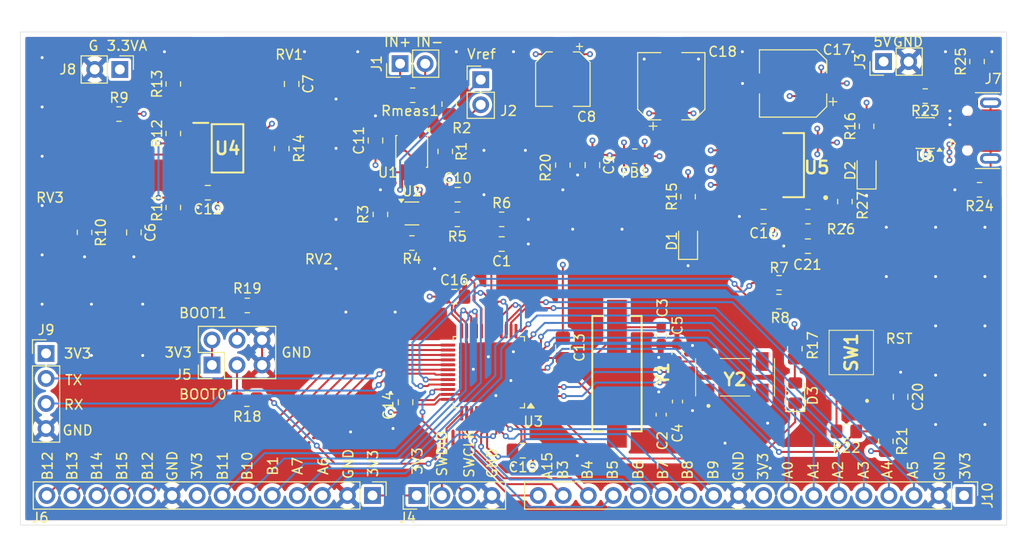
<source format=kicad_pcb>
(kicad_pcb (version 20241229) (generator "pcbnew") (generator_version "9.0")
  (layers (0 "F.Cu" signal) (4 "In1.Cu" signal) (6 "In2.Cu" signal) (2 "B.Cu" signal) (13 "F.Paste" user) (15 "B.Paste" user) (5 "F.SilkS" user "F.Silkscreen") (7 "B.SilkS" user "B.Silkscreen") (1 "F.Mask" user) (3 "B.Mask" user) (25 "Edge.Cuts" user))
  (net 0 "")
  (net 1 "GND")
  (net 2 "VBUS")
  (net 3 "+3.3V")
  (net 4 "RESET")
  (net 5 "INadc")
  (net 6 "+3.3VA")
  (net 7 "Net-(D1-A)")
  (net 8 "Net-(D2-A)")
  (net 9 "PC13")
  (net 10 "Net-(D3-A)")
  (net 11 "UART_TX")
  (net 12 "UART_RX")
  (net 13 "Vref")
  (net 14 "IN-")
  (net 15 "IN+")
  (net 16 "SWDIO")
  (net 17 "SWCLK")
  (net 18 "Net-(R1-Pad1)")
  (net 19 "Net-(R4-Pad2)")
  (net 20 "Net-(R11-Pad1)")
  (net 21 "USB_D-")
  (net 22 "USB_D+")
  (net 23 "BOOT0")
  (net 24 "BOOT1")
  (net 26 "Net-(U3-PD0)")
  (net 27 "Net-(U3-PD1)")
  (net 28 "Net-(U3-PC14)")
  (net 29 "Net-(U3-PC15)")
  (net 30 "Net-(U4A-+)")
  (net 31 "Net-(U4B--)")
  (net 32 "Net-(C7-Pad1)")
  (net 33 "Net-(C8-Pad2)")
  (net 34 "Net-(U5-GND)")
  (net 35 "Net-(J7-Shield)")
  (net 36 "Net-(J7-D+)")
  (net 37 "Net-(J7-ID)")
  (net 38 "Net-(J7-D-)")
  (net 39 "Net-(R1-Pad2)")
  (net 40 "Net-(U2--)")
  (net 41 "Net-(U3-PA11)")
  (net 42 "Net-(U3-PA12)")
  (net 43 "Net-(R9-Pad1)")
  (net 44 "Net-(R10-Pad1)")
  (net 45 "Net-(U4A--)")
  (net 46 "Net-(R12-Pad2)")
  (net 47 "Net-(R13-Pad2)")
  (net 48 "Net-(R22-Pad2)")
  (net 50 "Net-(U2-+)")
  (net 51 "Net-(J2-Pin_2)")
  (net 52 "Net-(J5-Pin_3)")
  (net 53 "Net-(J5-Pin_4)")
  (net 54 "PA5")
  (net 55 "PA8")
  (net 56 "PA0")
  (net 57 "PA6")
  (net 58 "PA2")
  (net 59 "PB10")
  (net 60 "PB11")
  (net 61 "PA4")
  (net 62 "PB8")
  (net 63 "PB14")
  (net 64 "PB3")
  (net 65 "PB6")
  (net 66 "PB7")
  (net 67 "PA7")
  (net 68 "PB9")
  (net 69 "PB12")
  (net 70 "PA1")
  (net 71 "PB1")
  (net 72 "PA15")
  (net 73 "PB4")
  (net 74 "PB13")
  (net 75 "PA3")
  (net 76 "PB5")
  (net 77 "PB15")
  (footprint "Capacitor_SMD:C_0805_2012Metric_Pad1.18x1.45mm_HandSolder" (layer "F.Cu") (at 189.25 87 90)
    (property "Reference" "C20")
    (property "Value" "100n")
  )
  (footprint "CurrentSensingCircuitLib:TL3305BF160QG" (layer "F.Cu") (at 184.25 82.5 90)
    (property "Reference" "SW1")
    (property "Value" "SW_Push" (hide yes))
  )
  (footprint "Resistor_SMD:R_0805_2012Metric_Pad1.20x1.40mm_HandSolder" (layer "F.Cu") (at 187.75 91.5 -90)
    (property "Reference" "R21")
    (property "Value" "10k")
  )
  (footprint "Capacitor_SMD:C_0805_2012Metric_Pad1.18x1.45mm_HandSolder" (layer "F.Cu") (at 158 63.5 -90)
    (property "Reference" "C9")
    (property "Value" "100n")
  )
  (footprint "Resistor_SMD:R_0805_2012Metric_Pad1.20x1.40mm_HandSolder" (layer "F.Cu") (at 183.6 67.2 90)
    (property "Reference" "R27")
    (property "Value" "R")
  )
  (footprint "Resistor_SMD:R_0805_2012Metric_Pad1.20x1.40mm_HandSolder" (layer "F.Cu") (at 155 63.5 -90)
    (property "Reference" "R20")
    (property "Value" "10")
  )
  (footprint "CurrentSensingCircuitLib:TO228P972X240-3N" (layer "F.Cu") (at 176.5 63.5 180)
    (property "Reference" "U5")
    (property "Value" "LD1117ADT33TR" (hide yes))
  )
  (footprint "Resistor_SMD:R_0805_2012Metric_Pad1.20x1.40mm_HandSolder" (layer "F.Cu") (at 139.775 56.4125)
    (property "Reference" "Rmeas1")
    (property "Value" "100")
  )
  (footprint "CurrentSensingCircuitLib:SOIC127P600X175-8N" (layer "F.Cu") (at 121 61.7975)
    (property "Reference" "U4")
    (property "Value" "TSV991AILT" (hide yes))
  )
  (footprint "Resistor_SMD:R_0805_2012Metric_Pad1.20x1.40mm_HandSolder" (layer "F.Cu") (at 136.5 68.5 -90)
    (property "Reference" "R3")
    (property "Value" "100k")
  )
  (footprint "Resistor_SMD:R_0805_2012Metric_Pad1.20x1.40mm_HandSolder" (layer "F.Cu") (at 197 53 90)
    (property "Reference" "R25")
    (property "Value" "1k")
  )
  (footprint "Capacitor_SMD:C_0805_2012Metric_Pad1.18x1.45mm_HandSolder" (layer "F.Cu") (at 144.33 66.5)
    (property "Reference" "C10")
    (property "Value" "100n")
  )
  (footprint "Capacitor_SMD:C_0805_2012Metric_Pad1.18x1.45mm_HandSolder" (layer "F.Cu") (at 127.5 55.2725 -90)
    (property "Reference" "C7")
    (property "Value" "220n")
  )
  (footprint "CurrentSensingCircuitLib:ABS2532768KHZT" (layer "F.Cu") (at 172.466 85.564)
    (property "Reference" "Y2")
    (property "Value" "8M" (hide yes))
  )
  (footprint "Resistor_SMD:R_0805_2012Metric_Pad1.20x1.40mm_HandSolder" (layer "F.Cu") (at 185.8 59.5625 90)
    (property "Reference" "R16")
    (property "Value" "10k")
  )
  (footprint "Resistor_SMD:R_0805_2012Metric_Pad1.20x1.40mm_HandSolder" (layer "F.Cu") (at 106.5 70.3225 -90)
    (property "Reference" "R10")
    (property "Value" "5.1k")
  )
  (footprint "Connector_PinHeader_2.54mm:PinHeader_1x04_P2.54mm_Vertical" (layer "F.Cu") (at 102.6 82.59)
    (property "Reference" "J9")
    (property "Value" "Conn_01x04")
  )
  (footprint "Package_SO:VSSOP-8_3x3mm_P0.65mm" (layer "F.Cu") (at 139.675 62.1125 -90)
    (property "Reference" "U1")
    (property "Value" "INA333xxDGK")
  )
  (footprint "Capacitor_SMD:C_0805_2012Metric_Pad1.18x1.45mm_HandSolder" (layer "F.Cu") (at 136 61 90)
    (property "Reference" "C11")
    (property "Value" "100n")
  )
  (footprint "CurrentSensingCircuitLib:USB3080-30-00-A" (layer "F.Cu") (at 198.475 60 90)
    (property "Reference" "J7")
    (property "Value" "USB_B_Micro" (hide yes))
  )
  (footprint "Resistor_SMD:R_0805_2012Metric_Pad1.20x1.40mm_HandSolder" (layer "F.Cu") (at 176.927 75.438)
    (property "Reference" "R7")
    (property "Value" "22")
  )
  (footprint "Connector_PinHeader_2.54mm:PinHeader_1x04_P2.54mm_Vertical" (layer "F.Cu") (at 140.19 97 90)
    (property "Reference" "J6")
    (property "Value" "Conn_01x04")
  )
  (footprint "Resistor_SMD:R_0805_2012Metric_Pad1.20x1.40mm_HandSolder" (layer "F.Cu") (at 144.3 69)
    (property "Reference" "R5")
    (property "Value" "50")
  )
  (footprint "Capacitor_SMD:C_0603_1608Metric_Pad1.08x0.95mm_HandSolder" (layer "F.Cu") (at 166.5732 82.5477 90)
    (property "Reference" "C5")
    (property "Value" "6p")
  )
  (footprint "Package_TO_SOT_SMD:SOT-353_SC-70-5" (layer "F.Cu") (at 139.7 68.4)
    (property "Reference" "U2")
    (property "Value" "TLV6001DCK")
  )
  (footprint "Resistor_SMD:R_0805_2012Metric_Pad1.20x1.40mm_HandSolder" (layer "F.Cu") (at 179.85 68.72 180)
    (property "Reference" "R26")
    (property "Value" "R")
  )
  (footprint "Resistor_SMD:R_0805_2012Metric_Pad1.20x1.40mm_HandSolder" (layer "F.Cu") (at 115.5 60.2975 90)
    (property "Reference" "R12")
    (property "Value" "100k")
  )
  (footprint "Capacitor_SMD:C_0603_1608Metric_Pad1.08x0.95mm_HandSolder" (layer "F.Cu") (at 164.973 80.8 -90)
    (property "Reference" "C3")
    (property "Value" "10p")
  )
  (footprint "Capacitor_SMD:C_0805_2012Metric_Pad1.18x1.45mm_HandSolder" (layer "F.Cu") (at 150.9308 92.456 180)
    (property "Reference" "C15")
    (property "Value" "100n")
  )
  (footprint "CurrentSensingCircuitLib:1806WSMD" (layer "F.Cu") (at 110.7 64.1975 180)
    (property "Reference" "RV3")
    (property "Value" "10k" (hide yes))
  )
  (footprint "Connector_PinHeader_2.54mm:PinHeader_1x02_P2.54mm_Vertical" (layer "F.Cu") (at 187.525 53 90)
    (property "Reference" "J3")
    (property "Value" "Conn_01x02_Pin")
  )
  (footprint "CurrentSensingCircuitLib:1806WSMD" (layer "F.Cu") (at 123 54.6475 180)
    (property "Reference" "RV1")
    (property "Value" "10k" (hide yes))
  )
  (footprint "Resistor_SMD:R_0805_2012Metric_Pad1.20x1.40mm_HandSolder" (layer "F.Cu") (at 167.7 66.7 90)
    (property "Reference" "R15")
    (property "Value" "10k")
  )
  (footprint "Capacitor_SMD:C_0603_1608Metric_Pad1.08x0.95mm_HandSolder" (layer "F.Cu") (at 164.973 88.8 90)
    (property "Reference" "C2")
    (property "Value" "10p")
  )
  (footprint "Capacitor_SMD:C_0805_2012Metric_Pad1.18x1.45mm_HandSolder" (layer "F.Cu") (at 139.05225 87.54505 90)
    (property "Reference" "C14")
    (property "Value" "100n")
  )
  (footprint "Resistor_SMD:R_0805_2012Metric_Pad1.20x1.40mm_HandSolder" (layer "F.Cu") (at 143.075 62.1125 -90)
    (property "Reference" "R1")
    (property "Value" "10")
  )
  (footprint "Resistor_SMD:R_0805_2012Metric_Pad1.20x1.40mm_HandSolder" (layer "F.Cu") (at 115.5 67.7975 90)
    (property "Reference" "R11")
    (property "Value" "5.1k")
  )
  (footprint "LED_SMD:LED_0805_2012Metric_Pad1.15x1.40mm_HandSolder" (layer "F.Cu") (at 185.8 64.0625 90)
    (property "Reference" "D2")
    (property "Value" "LSR976")
  )
  (footprint "Resistor_SMD:R_0805_2012Metric_Pad1.20x1.40mm_HandSolder" (layer "F.Cu") (at 176.911 77.343)
    (property "Reference" "R8")
    (property "Value" "22")
  )
  (footprint "Capacitor_SMD:CP_Elec_6.3x3" (layer "F.Cu") (at 166 55.5 90)
    (property "Reference" "C18")
    (property "Value" "100u")
  )
  (footprint "Capacitor_SMD:C_0805_2012Metric_Pad1.18x1.45mm_HandSolder" (layer "F.Cu") (at 111.5 70.3225 -90)
    (property "Reference" "C6")
    (property "Value" "1u")
  )
  (footprint "Resistor_SMD:R_0805_2012Metric_Pad1.20x1.40mm_HandSolder" (layer "F.Cu") (at 162.3 62.6 180)
    (property "Reference" "FB1")
    (property "Value" "BLM21BB050SN1")
  )
  (footprint "Resistor_SMD:R_0805_2012Metric_Pad1.20x1.40mm_HandSolder" (layer "F.Cu") (at 143.475 57.3125 -90)
    (property "Reference" "R2")
    (property "Value" "10M")
  )
  (footprint "Capacitor_SMD:CP_Elec_5x3" (layer "F.Cu") (at 155 54.78 -90)
    (property "Reference" "C8")
    (property "Value" "10u")
  )
  (footprint "Capacitor_SMD:C_0603_1608Metric_Pad1.08x0.95mm_HandSolder" (layer "F.Cu") (at 166.624 87.4731 -90)
    (property "Reference" "C4")
    (property "Value" "6p")
  )
  (footprint "Connector_PinHeader_2.54mm:PinHeader_1x02_P2.54mm_Vertical" (layer "F.Cu") (at 110.075 53.8 -90)
    (property "Reference" "J8")
    (property "Value" "Conn_01x02_Pin")
  )
  (footprint "Resistor_SMD:R_0805_2012Metric_Pad1.20x1.40mm_HandSolder" (layer "F.Cu") (at 126.5 61.8225 90)
    (property "Reference" "R14")
    (property "Value" "100k")
  )
  (footprint "Package_QFP:LQFP-48_7x7mm_P0.5mm" (layer "F.Cu") (at 147.5 84.5 180)
    (property "Reference" "U3")
    (property "Value" "STM32F103C8Tx")
  )
  (footprint "Capacitor_SMD:C_0805_2012Metric_Pad1.18x1.45mm_HandSolder" (layer "F.Cu") (at 143.9965 76.835)
    (property "Reference" "C16")
    (property "Value" "100n")
  )
  (footprint "Resistor_SMD:R_0805_2012Metric_Pad1.20x1.40mm_HandSolder" (layer "F.Cu") (at 178.522 82.114 90)
    (property "Reference" "R17")
    (property "Value" "10k")
  )
  (footprint "Connector_PinHeader_2.54mm:PinHeader_1x02_P2.54mm_Vertical" (layer "F.Cu") (at 138.5 53.2125 90)
    (property "Reference" "J1")
    (property "Value" "Conn_01x02_Pin")
  )
  (footprint "CurrentSensingCircuitLib:HC49SSDLF800MHZ" (layer "F.Cu") (at 160.487 84.65 90)
    (property "Reference" "Y1")
    (property "Value" "8M" (hide yes))
  )
  (footprint "CurrentSensingCircuitLib:1806WSMD" (layer "F.Cu") (at 124.65 71.4975 90)
    (property "Reference" "RV2")
    (property "Value" "10k" (hide yes))
  )
  (footprint "Resistor_SMD:R_0805_2012Metric_Pad1.20x1.40mm_HandSolder" (layer "F.Cu") (at 115.5 55.2725 90)
    (property "Reference" "R13")
    (property "Value" "5.1k")
  )
  (footprint "Package_TO_SOT_SMD:SOT-23-6" (layer "F.Cu") (at 191.75 60.25 180)
    (property "Reference" "U6")
    (property "Value" "USBLC6-2SC6")
  )
  (footprint "Connector_PinHeader_2.54mm:PinHeader_1x18_P2.54mm_Vertical" (layer "F.Cu") (at 195.68 97 -90)
    (property "Reference" "J10")
    (property "Value" "Conn_01x18_Pin")
  )
  (footprint "Connector_PinHeader_2.54mm:PinHeader_1x14_P2.54mm_Vertical" (layer "F.Cu") (at 135.7 97 -90)
    (property "Reference" "J4")
    (property "Value" "Conn_01x14_Pin")
  )
  (footprint "LED_SMD:LED_0805_2012Metric_Pad1.15x1.40mm_HandSolder" (layer "F.Cu") (at 178.562 86.614 90)
    (property "Reference" "D3")
    (property "Value" "LSR976")
  )
  (footprint "Capacitor_SMD:C_0805_2012Metric_Pad1.18x1.45mm_HandSolder" (layer "F.Cu") (at 179.85 71.72 180)
    (property "Reference" "C21")
    (property "Value" "100n")
  )
  (footprint "Resistor_SMD:R_0805_2012Metric_Pad1.20x1.40mm_HandSolder" (layer "F.Cu") (at 197.25 66 180)
    (property "Reference" "R24")
    (property "Value" "1k")
  )
  (footprint "Capacitor_SMD:C_0805_2012Metric_Pad1.18x1.45mm_HandSolder" (layer "F.Cu") (at 155 82 -90)
    (property "Reference" "C13")
    (property "Value" "100n")
  )
  (footprint "Resistor_SMD:R_0805_2012Metric_Pad1.20x1.40mm_HandSolder" (layer "F.Cu") (at 191.75 56.5 180)
    (property "Reference" "R23")
    (property "Value" "1.5k")
  )
  (footprint "Resistor_SMD:R_0805_2012Metric_Pad1.20x1.40mm_HandSolder" (layer "F.Cu") (at 139.7 71.4)
    (property "Reference" "R4")
    (property "Value" "11k")
  )
  (footprint "Capacitor_SMD:C_0805_2012Metric_Pad1.18x1.45mm_HandSolder" (layer "F.Cu") (at 148.8 71.5)
    (property "Reference" "C1")
    (property "Value" "2.2n")
  )
  (footprint "Resistor_SMD:R_0805_2012Metric_Pad1.20x1.40mm_HandSolder" (layer "F.Cu") (at 122.96 87.23 180)
    (property "Reference" "R18")
    (property "Value" "100k")
  )
  (footprint "Connector_PinHeader_2.54mm:PinHeader_2x03_P2.54mm_Vertical" (layer "F.Cu") (at 119.42 83.77 90)
    (property "Reference" "J5")
    (property "Value" "Conn_02x03_Top_Bottom")
  )
  (footprint "Capacitor_SMD:CP_Elec_6.3x3" (layer "F.Cu") (at 178.35 55.22 180)
    (property "Reference" "C17")
    (property "Value" "100u")
  )
  (footprint "Resistor_SMD:R_0805_2012Metric_Pad1.20x1.40mm_HandSolder" (layer "F.Cu") (at 183.75 90.5 180)
    (property "Reference" "R22")
    (property "Value" "100")
  )
  (footprint "Capacitor_SMD:C_0805_2012Metric_Pad1.18x1.45mm_HandSolder" (layer "F.Cu") (at 119 66.2975 180)
    (property "Reference" "C12")
    (property "Value" "100n")
  )
  (footprint "Capacitor_SMD:C_0805_2012Metric_Pad1.18x1.45mm_HandSolder" (layer "F.Cu") (at 175.35 68.72 180)
    (property "Reference" "C19")
    (property "Value" "100n")
  )
  (footprint "Resistor_SMD:R_0805_2012Metric_Pad1.20x1.40mm_HandSolder" (layer "F.Cu") (at 110 58.3225)
    (property "Reference" "R9")
    (property "Value" "5.1k")
  )
  (footprint "Resistor_SMD:R_0805_2012Metric_Pad1.20x1.40mm_HandSolder" (layer "F.Cu") (at 148.8 69)
    (property "Reference" "R6")
    (property "Value" "510")
  )
  (footprint "LED_SMD:LED_0805_2012Metric_Pad1.15x1.40mm_HandSolder" (layer "F.Cu") (at 167.7 71.2 90)
    (property "Reference" "D1")
    (property "Value" "LSR976")
  )
  (footprint "Resistor_SMD:R_0805_2012Metric_Pad1.20x1.40mm_HandSolder" (layer "F.Cu") (at 123 77.73 180)
    (property "Reference" "R19")
    (property "Value" "100k")
  )
  (footprint "Connector_PinHeader_2.54mm:PinHeader_1x02_P2.54mm_Vertical" (layer "F.Cu") (at 146.675 54.8375)
    (property "Reference" "J2")
    (property "Value" "Conn_02x01")
  )
  (gr_rect (start 100 50) (end 200 100) (stroke (width 0.05)) (fill no) (layer "Edge.Cuts"))
  (gr_text "A7" (at 128.1 94 90) (layer "F.SilkS") (effects (font (size 1 1))))
  (gr_text "GND" (at 128 82.5 0) (layer "F.SilkS") (effects (font (size 1 1))))
  (gr_text "IN-" (at 141.5 51 0) (layer "F.SilkS") (effects (font (size 1 1))))
  (gr_text "GND" (at 190 51 0) (layer "F.SilkS") (effects (font (size 1 1))))
  (gr_text "B9" (at 170.25 94.4 90) (layer "F.SilkS") (effects (font (size 1 1))))
  (gr_text "B8" (at 167.65 94.4 90) (layer "F.SilkS") (effects (font (size 1 1))))
  (gr_text "B10" (at 123 94 90) (layer "F.SilkS") (effects (font (size 1 1))))
  (gr_text "SWCLK" (at 145.5 92.75 90) (layer "F.SilkS") (effects (font (size 1 1))))
  (gr_text "GND" (at 147.828 93.726 90) (layer "F.SilkS") (effects (font (size 1 1))))
  (gr_text "BOOT1" (at 118.5 78.5 0) (layer "F.SilkS") (effects (font (size 1 1))))
  (gr_text "GND" (at 193.2 94 90) (layer "F.SilkS") (effects (font (size 1 1))))
  (gr_text "3V3" (at 195.8 94 90) (layer "F.SilkS") (effects (font (size 1 1))))
  (gr_text "B13" (at 105.25 94 90) (layer "F.SilkS") (effects (font (size 1 1))))
  (gr_text "B15" (at 110.3 94 90) (layer "F.SilkS") (effects (font (size 1 1))))
  (gr_text "G" (at 107.4 51.4 0) (layer "F.SilkS") (effects (font (size 1 1))))
  (gr_text "A4" (at 187.9 94.4 90) (layer "F.SilkS") (effects (font (size 1 1))))
  (gr_text "BOOT0" (at 118.5 86.75 0) (layer "F.SilkS") (effects (font (size 1 1))))
  (gr_text "3V3" (at 135.75 93.75 90) (layer "F.SilkS") (effects (font (size 1 1))))
  (gr_text "TX" (at 105.4 85.3 0) (layer "F.SilkS") (effects (font (size 1 1))))
  (gr_text "A0" (at 177.8 94.4 90) (layer "F.SilkS") (effects (font (size 1 1))))
  (gr_text "A2" (at 182.9 94.4 90) (layer "F.SilkS") (effects (font (size 1 1))))
  (gr_text "B14" (at 107.75 94 90) (layer "F.SilkS") (effects (font (size 1 1))))
  (gr_text "B3" (at 155 94.4 90) (layer "F.SilkS") (effects (font (size 1 1))))
  (gr_text "A6" (at 130.7 94 90) (layer "F.SilkS") (effects (font (size 1 1))))
  (gr_text "IN+" (at 138.25 51 0) (layer "F.SilkS") (effects (font (size 1 1))))
  (gr_text "GND" (at 105.8 90.4 0) (layer "F.SilkS") (effects (font (size 1 1))))
  (gr_text "GND" (at 133.25 93.8 90) (layer "F.SilkS") (effects (font (size 1 1))))
  (gr_text "B6" (at 162.65 94.4 90) (layer "F.SilkS") (effects (font (size 1 1))))
  (gr_text "B5" (at 160.05 94.4 90) (layer "F.SilkS") (effects (font (size 1 1))))
  (gr_text "Vref" (at 146.75 52.25 0) (layer "F.SilkS") (effects (font (size 1 1))))
  (gr_text "3V3" (at 117.9 94 90) (layer "F.SilkS") (effects (font (size 1 1))))
  (gr_text "GND" (at 115.4 94 90) (layer "F.SilkS") (effects (font (size 1 1))))
  (gr_text "A3" (at 185.5 94.4 90) (layer "F.SilkS") (effects (font (size 1 1))))
  (gr_text "SWDIO" (at 142.75 92.75 90) (layer "F.SilkS") (effects (font (size 1 1))))
  (gr_text "B1" (at 125.6 94 90) (layer "F.SilkS") (effects (font (size 1 1))))
  (gr_text "B11" (at 120.5 94 90) (layer "F.SilkS") (effects (font (size 1 1))))
  (gr_text "B12" (at 112.9 94 90) (layer "F.SilkS") (effects (font (size 1 1))))
  (gr_text "B4" (at 157.5 94.4 90) (layer "F.SilkS") (effects (font (size 1 1))))
  (gr_text "RX" (at 105.4 87.8 0) (layer "F.SilkS") (effects (font (size 1 1))))
  (gr_text "B12" (at 102.75 94 90) (layer "F.SilkS") (effects (font (size 1 1))))
  (gr_text "RST" (at 189.1 81.1 0) (layer "F.SilkS") (effects (font (size 1 1))))
  (gr_text "A15" (at 153.416 93.98 90) (layer "F.SilkS") (effects (font (size 1 1))))
  (gr_text "3V3" (at 140.25 93.5 90) (layer "F.SilkS") (effects (font (size 1 1))))
  (gr_text "B7" (at 165.15 94.4 90) (layer "F.SilkS") (effects (font (size 1 1))))
  (gr_text "A5" (at 190.5 94.4 90) (layer "F.SilkS") (effects (font (size 1 1))))
  (gr_text "3V3" (at 175.3 94.05 90) (layer "F.SilkS") (effects (font (size 1 1))))
  (gr_text "A1" (at 180.4 94.4 90) (layer "F.SilkS") (effects (font (size 1 1))))
  (gr_text "3.3VA" (at 110.8 51.4 0) (layer "F.SilkS") (effects (font (size 1 1))))
  (gr_text "3V3" (at 105.8 82.6 0) (layer "F.SilkS") (effects (font (size 1 1))))
  (gr_text "GND" (at 172.8 94 90) (layer "F.SilkS") (effects (font (size 1 1))))
  (gr_text "3V3" (at 116 82.5 0) (layer "F.SilkS") (effects (font (size 1 1))))
  (gr_text "5V" (at 187.4 51 0) (layer "F.SilkS") (effects (font (size 1 1))))
  (segment (start 145.923 84.201) (end 145.542 84.582) (width 0.2) (layer "F.Cu") (net 1))
  (segment (start 195.7 58.7) (end 194.95 58.7) (width 0.2) (layer "F.Cu") (net 1))
  (segment (start 155 83.0375) (end 156.4625 83.0375) (width 0.2) (layer "F.Cu") (net 1))
  (segment (start 149.987 83.312) (end 149.987 82.423) (width 0.2) (layer "F.Cu") (net 1))
  (segment (start 195.825 58.7) (end 194.3 58.7) (width 0.25) (layer "F.Cu") (net 1))
  (segment (start 149.8 71.4625) (end 149.8375 71.5) (width 0.2) (layer "F.Cu") (net 1))
  (segment (start 167.7 72.225) (end 167.7 73.7) (width 0.2) (layer "F.Cu") (net 1))
  (segment (start 164.723 81.9125) (end 164.723 83) (width 0.2) (layer "F.Cu") (net 1))
  (segment (start 150.798 90.473) (end 150.798 91.5513) (width 0.2) (layer "F.Cu") (net 1))
  (segment (start 149.799 89.474) (end 149.799 89.482824) (width 0.2) (layer "F.Cu") (net 1))
  (segment (start 111.4625 71.3225) (end 111.5 71.36) (width 0.2) (layer "F.Cu") (net 1))
  (segment (start 136.5 66) (end 136.5 67.5) (width 0.2) (layer "F.Cu") (net 1))
  (segment (start 164.723 86.5) (end 164.723 87.6875) (width 0.2) (layer "F.Cu") (net 1))
  (segment (start 141.9352 87.3252) (end 139.8699 87.3252) (width 0.2) (layer "F.Cu") (net 1))
  (segment (start 150.026 89.701) (end 150.798 90.473) (width 0.2) (layer "F.Cu") (net 1))
  (segment (start 150.425 83.75) (end 149.987 83.312) (width 0.2) (layer "F.Cu") (net 1))
  (segment (start 143.3375 86.75) (end 142.5104 86.75) (width 0.2) (layer "F.Cu") (net 1))
  (segment (start 168.75 52.75) (end 166.25 52.75) (width 0.2) (layer "F.Cu") (net 1))
  (segment (start 150.017176 89.701) (end 150.026 89.701) (width 0.2) (layer "F.Cu") (net 1))
  (segment (start 194.25 58.75) (end 194.25 58) (width 0.25) (layer "F.Cu") (net 1))
  (segment (start 194.25 59.4) (end 194.25 58.75) (width 0.25) (layer "F.Cu") (net 1))
  (segment (start 166.25 52.75) (end 166.2 52.8) (width 0.2) (layer "F.Cu") (net 1))
  (segment (start 151.6625 83.75) (end 150.425 83.75) (width 0.2) (layer "F.Cu") (net 1))
  (segment (start 137.58975 86.50755) (end 137.55225 86.54505) (width 0.2) (layer "F.Cu") (net 1))
  (segment (start 173.22 55.22) (end 168.42 55.22) (width 0.2) (layer "F.Cu") (net 1))
  (segment (start 149.75 87.349988) (end 149.268012 86.868) (width 0.2) (layer "F.Cu") (net 1))
  (segment (start 117.9625 67.76) (end 118 67.7975) (width 0.2) (layer "F.Cu") (net 1))
  (segment (start 145.3675 66.5) (end 147 66.5) (width 0.2) (layer "F.Cu") (net 1))
  (segment (start 172.92 68.72) (end 172.9 68.7) (width 0.2) (layer "F.Cu") (net 1))
  (segment (start 166.2 52.8) (end 166 52.8) (width 0.2) (layer "F.Cu") (net 1))
  (segment (start 145.25 82.004) (end 146.177 82.931) (width 0.2) (layer "F.Cu") (net 1))
  (segment (start 156.5375 64.5375) (end 156.5 64.5) (width 0.2) (layer "F.Cu") (net 1))
  (segment (start 149.75 88.6625) (end 149.75 87.349988) (width 0.2) (layer "F.Cu") (net 1))
  (segment (start 189.1125 86.1) (end 189.25 85.9625) (width 0.2) (layer "F.Cu") (net 1))
  (segment (start 165.95 52.75) (end 166 52.8) (width 0.2) (layer "F.Cu") (net 1))
  (segment (start 138.7 60) (end 136.0375 60) (width 0.2) (layer "F.Cu") (net 1))
  (segment (start 151.6625 83.75) (end 152.851 83.75) (width 0.2) (layer "F.Cu") (net 1))
  (segment (start 189.25 85.9625) (end 189.25 84.5) (width 0.2) (layer "F.Cu") (net 1))
  (segment (start 174.3125 68.72) (end 172.92 68.72) (width 0.2) (layer "F.Cu") (net 1))
  (segment (start 144.0745 77.7945) (end 145.034 76.835) (width 0.2) (layer "F.Cu") (net 1))
  (segment (start 145.25 79.591) (end 145.25 79.566176) (width 0.2) (layer "F.Cu") (net 1))
  (segment (start 118.288 65.972) (end 117.9625 66.2975) (width 0.2) (layer "F.Cu") (net 1))
  (segment (start 144.0745 78.390676) (end 144.0745 77.7945) (width 0.2) (layer "F.Cu") (net 1))
  (segment (start 149.8 69) (end 151.5 69) (width 0.2) (layer "F.Cu") (net 1))
  (segment (start 139.05225 86.50755) (end 137.58975 86.50755) (width 0.2) (layer "F.Cu") (net 1))
  (segment (start 191.7 59.724999) (end 192.225001 60.25) (width 0.2) (layer "F.Cu") (net 1))
  (segment (start 152.851 83.75) (end 153.543 83.058) (width 0.2) (layer "F.Cu") (net 1))
  (segment (start 149.75 88.6625) (end 149.75 89.425) (width 0.2) (layer "F.Cu") (net 1))
  (segment (start 164.723 87.6875) (end 164.973 87.9375) (width 0.2) (layer "F.Cu") (net 1))
  (segment (start 183.6 68.2) (end 183.6 69.55) (width 0.25) (layer "F.Cu") (net 1))
  (segment (start 145.25 79.566176) (end 144.0745 78.390676) (width 0.2) (layer "F.Cu") (net 1))
  (segment (start 173.22 55.22) (end 175.65 55.22) (width 0.2) (layer "F.Cu") (net 1))
  (segment (start 111.5 71.36) (end 111.5 72.7975) (width 0.2) (layer "F.Cu") (net 1))
  (segment (start 196.25 66) (end 194.75 66) (width 0.2) (layer "F.Cu") (net 1))
  (segment (start 197 52) (end 198.5 52) (width 0.2) (layer "F.Cu") (net 1))
  (segment (start 192.225001 60.25) (end 192.8875 60.25) (width 0.2) (layer "F.Cu") (net 1))
  (segment (start 185.75 86.1) (end 189.1125 86.1) (width 0.2) (layer "F.Cu") (net 1))
  (segment (start 142.5104 86.75) (end 141.9352 87.3252) (width 0.2) (layer "F.Cu") (net 1))
  (segment (start 149.268012 86.868) (end 148.209 86.868) (width 0.2) (layer "F.Cu") (net 1))
  (segment (start 149.8375 71.5) (end 151.5 71.5) (width 0.2) (layer "F.Cu") (net 1))
  (segment (start 163.25 52.75) (end 165.95 52.75) (width 0.2) (layer "F.Cu") (net 1))
  (segment (start 118.288 63.7025) (end 118.288 65.972) (width 0.2) (layer "F.Cu") (net 1))
  (segment (start 145.0504 86.75) (end 143.3375 86.75) (width 0.2) (layer "F.Cu") (net 1))
  (segment (start 145.25 80.3375) (end 145.25 82.004) (width 0.2) (layer "F.Cu") (net 1))
  (segment (start 139.8699 87.3252) (end 139.05225 86.50755) (width 0.2) (layer "F.Cu") (net 1))
  (segment (start 177.42 71.72) (end 177.4 71.7) (width 0.2) (layer "F.Cu") (net 1))
  (segment (start 178.85 71.7575) (end 178.8125 71.72) (width 0.2) (layer "F.Cu") (net 1))
  (segment (start 149.8933 93.9185) (end 149.9308 93.956) (width 0.2) (layer "F.Cu") (net 1))
  (segment (start 145.542 86.2584) (end 145.0504 86.75) (width 0.2) (layer "F.Cu") (net 1))
  (segment (start 145.25 80.3375) (end 145.25 79.591) (width 0.2) (layer "F.Cu") (net 1))
  (segment (start 117.9625 66.2975) (end 117.9625 67.76) (width 0.2) (layer "F.Cu") (net 1))
  (segment (start 158 64.5375) (end 156.5375 64.5375) (width 0.2) (layer "F.Cu") (net 1))
  (segment (start 138.75 68.4) (end 137.4 68.4) (width 0.2) (layer "F.Cu") (net 1))
  (segment (start 155 64.5) (end 155 66) (width 0.2) (layer "F.Cu") (net 1))
  (segment (start 185.8 65.0875) (end 185.8 66.5625) (width 0.2) (layer "F.Cu") (net 1))
  (segment (start 156.4625 83.0375) (end 156.5 83) (width 0.2) (layer "F.Cu") (net 1))
  (segment (start 150.798 91.5513) (end 149.8933 92.456) (width 0.2) (layer "F.Cu") (net 1))
  (segment (start 146.177 82.931) (end 147.447 82.931) (width 0.2) (layer "F.Cu") (net 1))
  (segment (start 136 59.9625) (end 136 58.5) (width 0.2) (layer "F.Cu") (net 1))
  (segment (start 153.543 83.058) (end 154.9795 83.058) (width 0.2) (layer "F.Cu") (net 1))
  (segment (start 154.9795 83.058) (end 155 83.0375) (width 0.2) (layer "F.Cu") (net 1))
  (segment (start 168.42 55.22) (end 166 52.8) (width 0.2) (layer "F.Cu") (net 1))
  (segment (start 149.8 69) (end 149.8 71.4625) (width 0.2) (layer "F.Cu") (net 1))
  (segment (start 106.5 71.3225) (end 111.4625 71.3225) (width 0.2) (layer "F.Cu") (net 1))
  (segment (start 194.3 58.7) (end 194.25 58.75) (width 0.2) (layer "F.Cu") (net 1))
  (segment (start 124.5 83.77) (end 124.5 81.23) (width 0.2) (layer "F.Cu") (net 1))
  (segment (start 145.034 75.3725) (end 144.9965 75.335) (width 0.2) (layer "F.Cu") (net 1))
  (segment (start 145.034 76.835) (end 145.034 75.3725) (width 0.2) (layer "F.Cu") (net 1))
  (segment (start 149.8933 92.456) (end 149.8933 93.9185) (width 0.2) (layer "F.Cu") (net 1))
  (segment (start 149.75 89.425) (end 149.799 89.474) (width 0.2) (layer "F.Cu") (net 1))
  (segment (start 106.5 71.3225) (end 106.5 72.7975) (width 0.2) (layer "F.Cu") (net 1))
  (segment (start 149.799 89.482824) (end 150.017176 89.701) (width 0.2) (layer "F.Cu") (net 1))
  (segment (start 136.0375 60) (end 136 59.9625) (width 0.2) (layer "F.Cu") (net 1))
  (segment (start 191.7 58.2) (end 191.7 59.724999) (width 0.2) (layer "F.Cu") (net 1))
  (segment (start 145.542 84.582) (end 145.542 86.2584) (width 0.2) (layer "F.Cu") (net 1))
  (segment (start 164.973 81.6625) (end 164.723 81.9125) (width 0.2) (layer "F.Cu") (net 1))
  (segment (start 178.8125 71.72) (end 177.42 71.72) (width 0.25) (layer "F.Cu") (net 1))
  (segment (start 137.4 68.4) (end 136.5 67.5) (width 0.2) (layer "F.Cu") (net 1))
  (via (at 187.8 69.8) (size 0.6) (drill 0.3) (layers "F.Cu" "B.Cu") (net 1))
  (via (at 148.209 86.868) (size 0.6) (drill 0.3) (layers "F.Cu" "B.Cu") (net 1))
  (via (at 151.5 69) (size 0.6) (drill 0.3) (layers "F.Cu" "B.Cu") (net 1))
  (via (at 133 78.4) (size 0.6) (drill 0.3) (layers "F.Cu" "B.Cu") (net 1))
  (via (at 164.723 83) (size 0.6) (drill 0.3) (layers "F.Cu" "B.Cu") (net 1))
  (via (at 151.2 62) (size 0.6) (drill 0.3) (layers "F.Cu" "B.Cu") (net 1))
  (via (at 132 74) (size 0.6) (drill 0.3) (layers "F.Cu" "B.Cu") (net 1))
  (via (at 114.6 52) (size 0.6) (drill 0.3) (layers "F.Cu" "B.Cu") (net 1))
  (via (at 198.5 52) (size 0.6) (drill 0.3) (layers "F.Cu" "B.Cu") (net 1))
  (via (at 149.9308 93.956) (size 0.6) (drill 0.3) (layers "F.Cu" "B.Cu") (net 1))
  (via (at 192.8 74.8) (size 0.6) (drill 0.3) (layers "F.Cu" "B.Cu") (net 1))
  (via (at 102.2 72.6) (size 0.6) (drill 0.3) (layers "F.Cu" "B.Cu") (net 1))
  (via (at 194.75 66) (size 0.6) (drill 0.3) (layers "F.Cu" "B.Cu") (net 1))
  (via (at 192.8 84.8) (size 0.6) (drill 0.3) (layers "F.Cu" "B.Cu") (net 1))
  (via (at 193.8 52) (size 0.6) (drill 0.3) (layers "F.Cu" "B.Cu") (net 1))
  (via (at 137.78225 90.20805) (size 0.6) (drill 0.3) (layers "F.Cu" "B.Cu") (net 1))
  (via (at 151.5 71.5) (size 0.6) (drill 0.3) (layers "F.Cu" "B.Cu") (net 1))
  (via (at 176.022 94.234) (size 0.6) (drill 0.3) (layers "F.Cu" "B.Cu") (net 1))
  (via (at 168.148 81.788) (size 0.6) (drill 0.3) (layers "F.Cu" "B.Cu") (net 1))
  (via (at 164.723 86.5) (size 0.6) (drill 0.3) (layers "F.Cu" "B.Cu") (net 1))
  (via (at 142 74) (size 0.6) (drill 0.3) (layers "F.Cu" "B.Cu") (net 1))
  (via (at 156 70) (size 0.6) (drill 0.3) (layers "F.Cu" "B.Cu") (net 1))
  (via (at 138 78.4) (size 0.6) (drill 0.3) (layers "F.Cu" "B.Cu") (net 1))
  (via (at 136.5 66) (size 0.6) (drill 0.3) (layers "F.Cu" "B.Cu") (net 1))
  (via (at 102.2 57.6) (size 0.6) (drill 0.3) (layers "F.Cu" "B.Cu") (net 1))
  (via (at 107.2 77.6) (size 0.6) (drill 0.3) (layers "F.Cu" "B.Cu") (net 1))
  (via (at 168.148 88.392) (size 0.6) (drill 0.3) (layers "F.Cu" "B.Cu") (net 1))
  (via (at 172.9 68.7) (size 0.6) (drill 0.3) (layers "F.Cu" "B.Cu") (net 1))
  (via (at 102.2 77.6) (size 0.6) (drill 0.3) (layers "F.Cu" "B.Cu") (net 1))
  (via (at 187.8 74.8) (size 0.6) (drill 0.3) (layers "F.Cu" "B.Cu") (net 1))
  (via (at 112.4 82.8) (size 0.6) (drill 0.3) (layers "F.Cu" "B.Cu") (net 1))
  (via (at 171.45 91.694) (size 0.6) (drill 0.3) (layers "F.Cu" "B.Cu") (net 1))
  (via (at 185.8 66.5625) (size 0.6) (drill 0.3) (layers "F.Cu" "B.Cu") (net 1))
  (via (at 194.25 59.4) (size 0.6) (drill 0.3) (layers "F.Cu" "B.Cu") (net 1))
  (via (at 197.8 74.8) (size 0.6) (drill 0.3) (layers "F.Cu" "B.Cu") (net 1))
  (via (at 150 52) (size 0.6) (drill 0.3) (layers "F.Cu" "B.Cu") (net 1))
  (via (at 132 61.8) (size 0.6) (drill 0.3) (layers "F.Cu" "B.Cu") (net 1))
  (via (at 133.477 90.551) (size 0.6) (drill 0.3) (layers "F.Cu" "B.Cu") (net 1))
  (via (at 168.75 52.75) (size 0.6) (drill 0.3) (layers "F.Cu" "B.Cu") (net 1))
  (via (at 144.9965 75.335) (size 0.6) (drill 0.3) (layers "F.Cu" "B.Cu") (net 1))
  (via (at 147.447 82.931) (size 0.6) (drill 0.3) (layers "F.Cu" "B.Cu") (net 1))
  (via (at 184.4 52) (size 0.6) (drill 0.3) (layers "F.Cu" "B.Cu") (net 1))
  (via (at 197.8 84.8) (size 0.6) (drill 0.3) (layers "F.Cu" "B.Cu") (net 1))
  (via (at 156.5 64.5) (size 0.6) (drill 0.3) (layers "F.Cu" "B.Cu") (net 1))
  (via (at 144.2 52) (size 0.6) (drill 0.3) (layers "F.Cu" "B.Cu") (net 1))
  (via (at 192.8 89.8) (size 0.6) (drill 0.3) (layers "F.Cu" "B.Cu") (net 1))
  (via (at 147 66.5) (size 0.6) (drill 0.3) (layers "F.Cu" "B.Cu") (net 1))
  (via (at 106.5 72.7975) (size 0.6) (drill 0.3) (layers "F.Cu" "B.Cu") (net 1))
  (via (at 197.8 79.8) (size 0.6) (drill 0.3) (layers "F.Cu" "B.Cu") (net 1))
  (via (at 137.55225 86.54505) (size 0.6) (drill 0.3) (layers "F.Cu" "B.Cu") (net 1))
  (via (at 107.2 82.8) (size 0.6) (drill 0.3) (layers "F.Cu" "B.Cu") (net 1))
  (via (at 194.25 58.75) (size 0.6) (drill 0.3) (layers "F.Cu" "B.Cu") (net 1))
  (via (at 134.2 52) (size 0.6) (drill 0.3) (layers "F.Cu" "B.Cu") (net 1))
  (via (at 189.25 84.5) (size 0.6) (drill 0.3) (layers "F.Cu" "B.Cu") (net 1))
  (via (at 167.7 73.7) (size 0.6) (drill 0.3) (layers "F.Cu" "B.Cu") (net 1))
  (via (at 156.464 92.964) (size 0.6) (drill 0.3) (layers "F.Cu" "B.Cu") (net 1))
  (via (at 194.25 58) (size 0.6) (drill 0.3) (layers "F.Cu" "B.Cu") (net 1))
  (via (at 177.4 71.7) (size 0.6) (drill 0.3) (layers "F.Cu" "B.Cu") (net 1))
  (via (at 197.8 69.8) (size 0.6) (drill 0.3) (layers "F.Cu" "B.Cu") (net 1))
  (via (at 136 58.5) (size 0.6) (drill 0.3) (layers "F.Cu" "B.Cu") (net 1))
  (via (at 102.2 62.6) (size 0.6) (drill 0.3) (layers "F.Cu" "B.Cu") (net 1))
  (via (at 163.25 52.75) (size 0.6) (drill 0.3) (layers "F.Cu" "B.Cu") (net 1))
  (via (at 132 69) (size 0.6) (drill 0.3) (layers "F.Cu" "B.Cu") (net 1))
  (via (at 192.8 69.8) (size 0.6) (drill 0.3) (layers "F.Cu" "B.Cu") (net 1))
  (via (at 173.2 52) (size 0.6) (drill 0.3) (layers "F.Cu" "B.Cu") (net 1))
  (via (at 102.2 52.6) (size 0.6) (drill 0.3) (layers "F.Cu" "B.Cu") (net 1))
  (via (at 197.8 89.8) (size 0.6) (drill 0.3) (layers "F.Cu" "B.Cu") (net 1))
  (via (at 112.4 77.6) (size 0.6) (drill 0.3) (layers "F.Cu" "B.Cu") (net 1))
  (via (at 161 70) (size 0.6) (drill 0.3) (layers "F.Cu" "B.Cu") (net 1))
  (via (at 147 62) (size 0.6) (drill 0.3) (layers "F.Cu" "B.Cu") (net 1))
  (via (at 149.733 85.344) (size 0.6) (drill 0.3) (layers "F.Cu" "B.Cu") (net 1))
  (via (at 183.6 69.55) (size 0.6) (drill 0.3) (layers "F.Cu" "B.Cu") (net 1))
  (via (at 192.8 79.8) (size 0.6) (drill 0.3) (layers "F.Cu" "B.Cu") (net 1))
  (via (at 145.923 84.201) (size 0.6) (drill 0.3) (layers "F.Cu" "B.Cu") (net 1))
  (via (at 173.22 55.22) (size 0.6) (drill 0.3) (layers "F.Cu" "B.Cu") (net 1))
  (via (at 149.987 82.423) (size 0.6) (drill 0.3) (layers "F.Cu" "B.Cu") (net 1))
  (via (at 155 66) (size 0.6) (drill 0.3) (layers "F.Cu" "B.Cu") (net 1))
  (via (at 132 56.8) (size 0.6) (drill 0.3) (layers "F.Cu" "B.Cu") (net 1))
  (via (at 191.7 58.2) (size 0.6) (drill 0.3) (layers "F.Cu" "B.Cu") (net 1))
  (via (at 128.8 52) (size 0.6) (drill 0.3) (layers "F.Cu" "B.Cu") (net 1))
  (via (at 111.5 72.7975) (size 0.6) (drill 0.3) (layers "F.Cu" "B.Cu") (net 1))
  (via (at 102.2 67.6) (size 0.6) (drill 0.3) (layers "F.Cu" "B.Cu") (net 1))
  (via (at 175.768 89.662) (size 0.6) (drill 0.3) (layers "F.Cu" "B.Cu") (net 1))
  (via (at 118 67.7975) (size 0.6) (drill 0.3) (layers "F.Cu" "B.Cu") (net 1))
  (segment (start 181 61.37) (end 180.85 61.22) (width 0.2) (layer "F.Cu") (net 2))
  (segment (start 195.825 61.3) (end 195.8 61.3) (width 0.2) (layer "F.Cu") (net 2))
  (segment (start 194.3 61.3) (end 194.2 61.2) (width 0.2) (layer "F.Cu") (net 2))
  (segment (start 181.2 53.6) (end 181.2 55.07) (width 0.2) (layer "F.Cu") (net 2))
  (segment (start 181.05 61.02) (end 180.85 61.22) (width 0.2) (layer "F.Cu") (net 2))
  (segment (start 180.85 59.85) (end 180.8 59.8) (width 0.2) (layer "F.Cu") (net 2))
  (segment (start 182.78 61.22) (end 182.8 61.2) (width 0.2) (layer "F.Cu") (net 2))
  (segment (start 191.8 60.673528) (end 191.376472 60.25) (width 0.2) (layer "F.Cu") (net 2))
  (segment (start 194.2 62.2) (end 194.2 63) (width 0.2) (layer "F.Cu") (net 2))
  (segment (start 194.2 62) (end 194.2 61.2) (width 0.2) (layer "F.Cu") (net 2))
  (segment (start 195.7 61.3) (end 194.3 61.3) (width 0.2) (layer "F.Cu") (net 2))
  (segment (start 180.8 62.4) (end 180.85 62.35) (width 0.2) (layer "F.Cu") (net 2))
  (segment (start 191.376472 60.25) (end 190.6125 60.25) (width 0.2) (layer "F.Cu") (net 2))
  (segment (start 181.2 55.07) (end 181.05 55.22) (width 0.2) (layer "F.Cu") (net 2))
  (segment (start 185.8 57.1625) (end 185.8 58.5625) (width 0.2) (layer "F.Cu") (net 2))
  (segment (start 183.78 55.22) (end 183.8 55.2) (width 0.2) (layer "F.Cu") (net 2))
  (segment (start 180.85 61.22) (end 180.85 59.85) (width 0.2) (layer "F.Cu") (net 2))
  (segment (start 180.85 62.35) (end 180.85 61.22) (width 0.2) (layer "F.Cu") (net 2))
  (segment (start 180.85 61.22) (end 182.78 61.22) (width 0.2) (layer "F.Cu") (net 2))
  (segment (start 191.8 62.4) (end 191.8 60.673528) (width 0.2) (layer "F.Cu") (net 2))
  (segment (start 181.05 55.22) (end 183.78 55.22) (width 0.2) (layer "F.Cu") (net 2))
  (via (at 180.8 59.8) (size 0.6) (drill 0.3) (layers "F.Cu" "B.Cu") (net 2))
  (via (at 194.2 63) (size 0.6) (drill 0.3) (layers "F.Cu" "B.Cu") (net 2))
  (via (at 183.8 55.2) (size 0.6) (drill 0.3) (layers "F.Cu" "B.Cu") (net 2))
  (via (at 191.8 62.4) (size 0.6) (drill 0.3) (layers "F.Cu" "B.Cu") (net 2))
  (via (at 182.8 61.2) (size 0.6) (drill 0.3) (layers "F.Cu" "B.Cu") (net 2))
  (via (at 185.8 57.1625) (size 0.6) (drill 0.3) (layers "F.Cu" "B.Cu") (net 2))
  (via (at 194.2 62.2) (size 0.6) (drill 0.3) (layers "F.Cu" "B.Cu") (net 2))
  (via (at 194.2 61.4) (size 0.6) (drill 0.3) (layers "F.Cu" "B.Cu") (net 2))
  (via (at 180.8 62.4) (size 0.6) (drill 0.3) (layers "F.Cu" "B.Cu") (net 2))
  (via (at 181.2 53.6) (size 0.6) (drill 0.3) (layers "F.Cu" "B.Cu") (net 2))
  (segment (start 176.3875 68.72) (end 176.3875 65.8375) (width 0.2) (layer "F.Cu") (net 3))
  (segment (start 173.33 62.78) (end 174.05 63.5) (width 0.2) (layer "F.Cu") (net 3))
  (segment (start 143.7465 78.5955) (end 143.7465 77.6225) (width 0.2) (layer "F.Cu") (net 3))
  (segment (start 170 64) (end 170.5 63.5) (width 0.2) (layer "F.Cu") (net 3))
  (segment (start 163.75 58.25) (end 165.95 58.25) (width 0.2) (layer "F.Cu") (net 3))
  (segment (start 150.25 89.29) (end 151.126 90.166) (width 0.2) (layer "F.Cu") (net 3))
  (segment (start 119.42 83.77) (end 119.42 81.23) (width 0.2) (layer "F.Cu") (net 3))
  (segment (start 172.05 65.5) (end 174.05 63.5) (width 0.2) (layer "F.Cu") (net 3))
  (segment (start 176.5 70.5) (end 176.5 68.8325) (width 0.2) (layer "F.Cu") (net 3))
  (segment (start 141.986 87.7824) (end 139.8524 87.7824) (width 0.2) (layer "F.Cu") (net 3))
  (segment (start 139.8524 87.7824) (end 139.05225 88.58255) (width 0.2) (layer "F.Cu") (net 3))
  (segment (start 150.25 88.6625) (end 150.7579 88.6625) (width 0.2) (layer "F.Cu") (net 3))
  (segment (start 163.4 64) (end 163.3 63.9) (width 0.2) (layer "F.Cu") (net 3))
  (segment (start 139.05225 88.58255) (end 137.58975 88.58255) (width 0.2) (layer "F.Cu") (net 3))
  (segment (start 168.2 58.2) (end 168.25 58.25) (width 0.2) (layer "F.Cu") (net 3))
  (segment (start 167.7 65.7) (end 167.7 64.2) (width 0.2) (layer "F.Cu") (net 3))
  (segment (start 163.3 61.1) (end 163.3 62.6) (width 0.2) (layer "F.Cu") (net 3))
  (segment (start 151.126 91.6137) (end 151.9683 92.456) (width 0.2) (layer "F.Cu") (net 3))
  (segment (start 135.7 97) (end 140.19 97) (width 0.2) (layer "F.Cu") (net 3))
  (segment (start 144.75 79.599) (end 143.7465 78.5955) (width 0.2) (layer "F.Cu") (net 3))
  (segment (start 150.7579 88.6625) (end 151.6625 87.7579) (width 0.2) (layer "F.Cu") (net 3))
  (segment (start 172.55 62) (end 174.05 63.5) (width 0.2) (layer "F.Cu") (net 3))
  (segment (start 165.95 58.25) (end 166 58.2) (width 0.2) (layer "F.Cu") (net 3))
  (segment (start 144.75 80.3375) (end 144.75 79.599) (width 0.2) (layer "F.Cu") (net 3))
  (segment (start 151.9683 93.9185) (end 151.9308 93.956) (width 0.2) (layer "F.Cu") (net 3))
  (segment (start 137.58975 88.58255) (end 137.55225 88.54505) (width 0.2) (layer "F.Cu") (net 3))
  (segment (start 178.522 81.114) (end 178.522 79.654) (width 0.2) (layer "F.Cu") (net 3))
  (segment (start 143.3375 87.25) (end 142.5184 87.25) (width 0.2) (layer "F.Cu") (net 3))
  (segment (start 143.7465 77.6225) (end 142.959 76.835) (width 0.2) (layer "F.Cu") (net 3))
  (segment (start 150.25 88.6625) (end 150.25 89.29) (width 0.2) (layer "F.Cu") (net 3))
  (segment (start 170 62) (end 172.55 62) (width 0.2) (layer "F.Cu") (net 3))
  (segment (start 176.3875 68.72) (end 178.85 68.72) (width 0.2) (layer "F.Cu") (net 3))
  (segment (start 142.959 76.835) (end 141.4965 76.835) (width 0.2) (layer "F.Cu") (net 3))
  (segment (start 187.75 92.5) (end 186.25 92.5) (width 0.2) (layer "F.Cu") (net 3))
  (segment (start 176.5 68.8325) (end 176.3875 68.72) (width 0.2) (layer "F.Cu") (net 3))
  (segment (start 166 58.2) (end 168.2 58.2) (width 0.2) (layer "F.Cu") (net 3))
  (segment (start 170.5 63.5) (end 174.05 63.5) (width 0.2) (layer "F.Cu") (net 3))
  (segment (start 178 56.5) (end 190.75 56.5) (width 0.2) (layer "F.Cu") (net 3))
  (segment (start 178.522 79.654) (end 178.482 79.614) (width 0.2) (layer "F.Cu") (net 3))
  (segment (start 151.9683 92.456) (end 151.9683 93.9185) (width 0.2) (layer "F.Cu") (net 3))
  (segment (start 176.3875 65.8375) (end 174.05 63.5) (width 0.2) (layer "F.Cu") (net 3))
  (segment (start 151.126 90.166) (end 151.126 91.6137) (width 0.2) (layer "F.Cu") (net 3))
  (segment (start 163.3 62.6) (end 164.8 62.6) (width 0.2) (layer "F.Cu") (net 3))
  (segment (start 142.5184 87.25) (end 141.986 87.7824) (width 0.2) (layer "F.Cu") (net 3))
  (segment (start 163.3 63.9) (end 163.3 62.6) (width 0.2) (layer "F.Cu") (net 3))
  (segment (start 151.6625 87.7579) (end 151.6625 87.25) (width 0.2) (layer "F.Cu") (net 3))
  (segment (start 170 65.5) (end 172.05 65.5) (width 0.2) (layer "F.Cu") (net 3))
  (via (at 176.5 70.5) (size 0.6) (drill 0.3) (layers "F.Cu" "B.Cu") (net 3))
  (via (at 170 65.5) (size 0.6) (drill 0.3) (layers "F.Cu" "B.Cu") (net 3))
  (via (at 137.55225 88.54505) (size 0.6) (drill 0.3) (layers "F.Cu" "B.Cu") (net 3))
  (via (at 163.3 61.1) (size 0.6) (drill 0.3) (layers "F.Cu" "B.Cu") (net 3))
  (via (at 178.482 79.614) (size 0.6) (drill 0.3) (layers "F.Cu" "B.Cu") (net 3))
  (via (at 167.7 64.2) (size 0.6) (drill 0.3) (layers "F.Cu" "B.Cu") (net 3))
  (via (at 163.4 64) (size 0.6) (drill 0.3) (layers "F.Cu" "B.Cu") (net 3))
  (via (at 141.4965 76.835) (size 0.6) (drill 0.3) (layers "F.Cu" "B.Cu") (net 3))
  (via (at 178 56.5) (size 0.6) (drill 0.3) (layers "F.Cu" "B.Cu") (net 3))
  (via (at 164.8 62.6) (size 0.6) (drill 0.3) (layers "F.Cu" "B.Cu") (net 3))
  (via (at 170 64) (size 0.6) (drill 0.3) (layers "F.Cu" "B.Cu") (net 3))
  (via (at 163.75 58.25) (size 0.6) (drill 0.3) (layers "F.Cu" "B.Cu") (net 3))
  (via (at 168.25 58.25) (size 0.6) (drill 0.3) (layers "F.Cu" "B.Cu") (net 3))
  (via (at 186.25 92.5) (size 0.6) (drill 0.3) (layers "F.Cu" "B.Cu") (net 3))
  (via (at 151.9308 93.956) (size 0.6) (drill 0.3) (layers "F.Cu" "B.Cu") (net 3))
  (via (at 170 62) (size 0.6) (drill 0.3) (layers "F.Cu" "B.Cu") (net 3))
  (segment (start 184.75 90.5) (end 187.75 90.5) (width 0.2) (layer "F.Cu") (net 4))
  (segment (start 187.75 89.5375) (end 189.25 88.0375) (width 0.2) (layer "F.Cu") (net 4))
  (segment (start 187.75 90.5) (end 187.75 89.5375) (width 0.2) (layer "F.Cu") (net 4))
  (segment (start 153.24 84.25) (end 151.6625 84.25) (width 0.2) (layer "F.Cu") (net 4))
  (segment (start 176.911 92.583) (end 182.667 92.583) (width 0.2) (layer "F.Cu") (net 4))
  (segment (start 182.667 92.583) (end 184.75 90.5) (width 0.2) (layer "F.Cu") (net 4))
  (segment (start 153.44775 84.04225) (end 153.24 84.25) (width 0.2) (layer "F.Cu") (net 4))
  (via (at 176.911 92.583) (size 0.6) (drill 0.3) (layers "F.Cu" "B.Cu") (net 4))
  (via (at 153.44775 84.04225) (size 0.6) (drill 0.3) (layers "F.Cu" "B.Cu") (net 4))
  (segment (start 176.911 92.583) (end 166.4595 82.1315) (width 0.2) (layer "B.Cu") (net 4))
  (segment (start 154.950366 82.1315) (end 154.00979 83.072076) (width 0.2) (layer "B.Cu") (net 4))
  (segment (start 154.00979 83.072076) (end 154.00979 83.48021) (width 0.2) (layer "B.Cu") (net 4))
  (segment (start 154.00979 83.48021) (end 153.44775 84.04225) (width 0.2) (layer "B.Cu") (net 4))
  (segment (start 166.4595 82.1315) (end 154.950366 82.1315) (width 0.2) (layer "B.Cu") (net 4))
  (segment (start 147.75 71.5125) (end 147.7625 71.5) (width 0.2) (layer "F.Cu") (net 5))
  (segment (start 147.75 80.3375) (end 147.75 71.5125) (width 0.2) (layer "F.Cu") (net 5))
  (segment (start 147.8 69) (end 147.8 71.4625) (width 0.2) (layer "F.Cu") (net 5))
  (segment (start 147.8 71.4625) (end 147.7625 71.5) (width 0.2) (layer "F.Cu") (net 5))
  (segment (start 145.3 69) (end 147.8 69) (width 0.2) (layer "F.Cu") (net 5))
  (segment (start 161.2 61.2) (end 161.2 62.5) (width 0.2) (layer "F.Cu") (net 6))
  (segment (start 161.2 64) (end 161.2 62.7) (width 0.2) (layer "F.Cu") (net 6))
  (segment (start 140.65 67.75) (end 142.0425 67.75) (width 0.2) (layer "F.Cu") (net 6))
  (segment (start 140.65 67.75) (end 140.65 66.15) (width 0.2) (layer "F.Cu") (net 6))
  (segment (start 152.25 52.25) (end 154.67 52.25) (width 0.2) (layer "F.Cu") (net 6))
  (segment (start 159.75 62.5) (end 159.7125 62.4625) (width 0.2) (layer "F.Cu") (net 6))
  (segment (start 158 62.4625) (end 158 61) (width 0.2) (layer "F.Cu") (net 6))
  (segment (start 159.85 62.65) (end 159.75 62.65) (width 0.25) (layer "F.Cu") (net 6))
  (segment (start 124.905 59.8925) (end 125.5 59.2975) (width 0.2) (layer "F.Cu") (net 6))
  (segment (start 140.65 66.15) (end 140.5 66) (width 0.2) (layer "F.Cu") (net 6))
  (segment (start 155 80.9625) (end 155 73.6) (width 0.2) (layer "F.Cu") (net 6))
  (segment (start 123.712 59.8925) (end 124.905 59.8925) (width 0.2) (layer "F.Cu") (net 6))
  (segment (start 120.0375 66.2975) (end 120.0375 67.76) (width 0.2) (layer "F.Cu") (net 6))
  (segment (start 155.33 52.25) (end 155 52.58) (width 0.2) (layer "F.Cu") (net 6))
  (segment (start 140 64.225) (end 140 63) (width 0.2) (layer "F.Cu") (net 6))
  (segment (start 159.75 62.5) (end 161.2 62.5) (width 0.2) (layer "F.Cu") (net 6))
  (segment (start 139.0375 62.0375) (end 136 62.0375) (width 0.2) (layer "F.Cu") (net 6))
  (segment (start 120.0375 67.76) (end 120 67.7975) (width 0.2) (layer "F.Cu") (net 6))
  (segment (start 140 63) (end 139.0375 62.0375) (width 0.2) (layer "F.Cu") (net 6))
  (segment (start 157.75 52.25) (end 155.33 52.25) (width 0.2) (layer "F.Cu") (net 6))
  (segment (start 111.025 58.2975) (end 111 58.3225) (width 0.2) (layer "F.Cu") (net 6))
  (segment (start 142.0425 67.75) (end 143.2925 66.5) (width 0.2) (layer "F.Cu") (net 6))
  (segment (start 143.2925 66.5) (end 143.2925 65.2075) (width 0.2) (layer "F.Cu") (net 6))
  (segment (start 152.7125 83.25) (end 155 80.9625) (width 0.2) (layer "F.Cu") (net 6))
  (segment (start 112.5 58.2975) (end 111.025 58.2975) (width 0.2) (layer "F.Cu") (net 6))
  (segment (start 151.6625 83.25) (end 152.7125 83.25) (width 0.2) (layer "F.Cu") (net 6))
  (segment (start 159.7125 62.4625) (end 158 62.4625) (width 0.2) (layer "F.Cu") (net 6))
  (segment (start 161.2 62.7) (end 161.3 62.6) (width 0.2) (layer "F.Cu") (net 6))
  (segment (start 143.2925 65.2075) (end 143.5 65) (width 0.2) (layer "F.Cu") (net 6))
  (segment (start 140 64.225) (end 140 65.5) (width 0.2) (layer "F.Cu") (net 6))
  (segment (start 161.2 62.5) (end 161.3 62.6) (width 0.2) (layer "F.Cu") (net 6))
  (segment (start 140 65.5) (end 140.5 66) (width 0.2) (layer "F.Cu") (net 6))
  (segment (start 136 62.0375) (end 136 63.5) (width 0.2) (layer "F.Cu") (net 6))
  (segment (start 154.67 52.25) (end 155 52.58) (width 0.2) (layer "F.Cu") (net 6))
  (via (at 143.5 65) (size 0.6) (drill 0.3) (layers "F.Cu" "B.Cu") (net 6))
  (via (at 125.5 59.2975) (size 0.6) (drill 0.3) (layers "F.Cu" "B.Cu") (net 6))
  (via (at 140.5 66) (size 0.6) (drill 0.3) (layers "F.Cu" "B.Cu") (net 6))
  (via (at 120 67.7975) (size 0.6) (drill 0.3) (layers "F.Cu" "B.Cu") (net 6))
  (via (at 158 61) (size 0.6) (drill 0.3) (layers "F.Cu" "B.Cu") (net 6))
  (via (at 157.75 52.25) (size 0.6) (drill 0.3) (layers "F.Cu" "B.Cu") (net 6))
  (via (at 159.75 62.5) (size 0.6) (drill 0.3) (layers "F.Cu" "B.Cu") (net 6))
  (via (at 152.25 52.25) (size 0.6) (drill 0.3) (layers "F.Cu" "B.Cu") (net 6))
  (via (at 155 73.6) (size 0.6) (drill 0.3) (layers "F.Cu" "B.Cu") (net 6))
  (via (at 112.5 58.2975) (size 0.6) (drill 0.3) (layers "F.Cu" "B.Cu") (net 6))
  (via (at 136 63.5) (size 0.6) (drill 0.3) (layers "F.Cu" "B.Cu") (net 6))
  (via (at 161.2 61.2) (size 0.6) (drill 0.3) (layers "F.Cu" "B.Cu") (net 6))
  (via (at 161.2 64) (size 0.6) (drill 0.3) (layers "F.Cu" "B.Cu") (net 6))
  (segment (start 167.7 67.7) (end 167.7 70.175) (width 0.2) (layer "F.Cu") (net 7))
  (segment (start 185.8 60.5625) (end 185.8 63.0375) (width 0.25) (layer "F.Cu") (net 8))
  (segment (start 178.562 89.034) (end 178.562 87.639) (width 0.2) (layer "F.Cu") (net 9))
  (segment (start 174.847 93.25) (end 178.562 89.535) (width 0.2) (layer "F.Cu") (net 9))
  (segment (start 158.933824 93.25) (end 174.847 93.25) (width 0.2) (layer "F.Cu") (net 9))
  (segment (start 152.433824 86.75) (end 158.933824 93.25) (width 0.2) (layer "F.Cu") (net 9))
  (segment (start 151.6625 86.75) (end 152.433824 86.75) (width 0.2) (layer "F.Cu") (net 9))
  (segment (start 178.562 89.535) (end 178.562 89.027) (width 0.2) (layer "F.Cu") (net 9))
  (segment (start 178.522 85.549) (end 178.562 85.589) (width 0.2) (layer "F.Cu") (net 10))
  (segment (start 178.522 83.114) (end 178.522 85.549) (width 0.2) (layer "F.Cu") (net 10))
  (segment (start 136.398 84.7) (end 136.407 84.7) (width 0.2) (layer "F.Cu") (net 11))
  (segment (start 136.857 84.25) (end 143.3375 84.25) (width 0.2) (layer "F.Cu") (net 11))
  (segment (start 136.407 84.7) (end 136.857 84.25) (width 0.2) (layer "F.Cu") (net 11))
  (via (at 136.398 84.7) (size 0.6) (drill 0.3) (layers "F.Cu" "B.Cu") (net 11))
  (segment (start 135.968 85.13) (end 102.6 85.13) (width 0.2) (layer "B.Cu") (net 11))
  (segment (start 136.398 84.7) (end 135.968 85.13) (width 0.2) (layer "B.Cu") (net 11))
  (segment (start 137.474 84.649) (end 141.998943 84.649) (width 0.2) (layer "F.Cu") (net 12))
  (segment (start 136.3345 85.7885) (end 137.474 84.649) (width 0.2) (layer "F.Cu") (net 12))
  (segment (start 142.099943 84.75) (end 143.3375 84.75) (width 0.2) (layer "F.Cu") (net 12))
  (segment (start 141.998943 84.649) (end 142.099943 84.75) (width 0.2) (layer "F.Cu") (net 12))
  (via (at 136.3345 85.7885) (size 0.6) (drill 0.3) (layers "F.Cu" "B.Cu") (net 12))
  (segment (start 120.65 86.36) (end 119.34 87.67) (width 0.2) (layer "B.Cu") (net 12))
  (segment (start 136.3345 85.7885) (end 135.763 86.36) (width 0.2) (layer "B.Cu") (net 12))
  (segment (start 135.763 86.36) (end 120.65 86.36) (width 0.2) (layer "B.Cu") (net 12))
  (segment (start 119.34 87.67) (end 102.6 87.67) (width 0.2) (layer "B.Cu") (net 12))
  (segment (start 138.7 64.225) (end 138.7 65.8) (width 0.2) (layer "F.Cu") (net 13))
  (segment (start 138.7 65.8) (end 138.5 66) (width 0.2) (layer "F.Cu") (net 13))
  (segment (start 138.7 64.225) (end 129.9025 64.225) (width 0.2) (layer "F.Cu") (net 13))
  (segment (start 123.712 61.1625) (end 126.16 61.1625) (width 0.2) (layer "F.Cu") (net 13))
  (segment (start 129.9025 64.225) (end 126.5 60.8225) (width 0.2) (layer "F.Cu") (net 13))
  (segment (start 123.865 61.1625) (end 124 61.2975) (width 0.2) (layer "F.Cu") (net 13))
  (segment (start 126.16 61.1625) (end 126.5 60.8225) (width 0.2) (layer "F.Cu") (net 13))
  (segment (start 123.712 61.1625) (end 123.865 61.1625) (width 0.2) (layer "F.Cu") (net 13))
  (via (at 138.5 66) (size 0.6) (drill 0.3) (layers "F.Cu" "B.Cu") (net 13))
  (segment (start 138.5 63.0125) (end 146.675 54.8375) (width 0.2) (layer "B.Cu") (net 13))
  (segment (start 138.5 66) (end 138.5 63.0125) (width 0.2) (layer "B.Cu") (net 13))
  (segment (start 140.775 56.4125) (end 140.775 56.225) (width 0.2) (layer "F.Cu") (net 14))
  (segment (start 140.775 56.225) (end 141.04 55.96) (width 0.2) (layer "F.Cu") (net 14))
  (segment (start 140.775 56.4125) (end 143.375 56.4125) (width 0.2) (layer "F.Cu") (net 14))
  (segment (start 141.04 55.96) (end 141.04 53.2125) (width 0.2) (layer "F.Cu") (net 14))
  (segment (start 140 60) (end 140 57.1875) (width 0.2) (layer "F.Cu") (net 14))
  (segment (start 143.375 56.4125) (end 143.475 56.3125) (width 0.2) (layer "F.Cu") (net 14))
  (segment (start 140 57.1875) (end 140.775 56.4125) (width 0.2) (layer "F.Cu") (net 14))
  (segment (start 138.775 56.225) (end 138.5 55.95) (width 0.2) (layer "F.Cu") (net 15))
  (segment (start 139.35 56.9875) (end 138.775 56.4125) (width 0.2) (layer "F.Cu") (net 15))
  (segment (start 139.35 60) (end 139.35 56.9875) (width 0.2) (layer "F.Cu") (net 15))
  (segment (start 138.5 55.95) (end 138.5 53.2125) (width 0.2) (layer "F.Cu") (net 15))
  (segment (start 138.775 56.4125) (end 138.775 56.225) (width 0.2) (layer "F.Cu") (net 15))
  (segment (start 143.3375 86.25) (end 142.0452 86.25) (width 0.2) (layer "F.Cu") (net 16))
  (segment (start 140.7668 89.408) (end 142.73 91.3712) (width 0.2) (layer "F.Cu") (net 16))
  (segment (start 140.7668 88.5444) (end 140.7668 89.408) (width 0.2) (layer "F.Cu") (net 16))
  (segment (start 142.73 91.3712) (end 142.73 97) (width 0.2) (layer "F.Cu") (net 16))
  (segment (start 142.0452 86.25) (end 141.7574 86.5378) (width 0.2) (layer "F.Cu") (net 16))
  (via (at 140.7668 88.5444) (size 0.6) (drill 0.3) (layers "F.Cu" "B.Cu") (net 16))
  (via (at 141.7574 86.5378) (size 0.6) (drill 0.3) (layers "F.Cu" "B.Cu") (net 16))
  (segment (start 141.7574 86.5378) (end 140.7668 87.5284) (width 0.2) (layer "B.Cu") (net 16))
  (segment (start 140.7668 87.5284) (end 140.7668 88.5444) (width 0.2) (layer "B.Cu") (net 16))
  (segment (start 143.2052 94.9352) (end 145.27 97) (width 0.2) (layer "F.Cu") (net 17))
  (segment (start 143.2052 90.2073) (end 143.2052 94.9352) (width 0.2) (layer "F.Cu") (net 17))
  (segment (start 144.75 88.6625) (end 143.2052 90.2073) (width 0.2) (layer "F.Cu") (net 17))
  (segment (start 141.7625 61.1125) (end 143.075 61.1125) (width 0.2) (layer "F.Cu") (net 18))
  (segment (start 140.65 60) (end 141.7625 61.1125) (width 0.2) (layer "F.Cu") (net 18))
  (segment (start 140.65 69.05) (end 143.25 69.05) (width 0.2) (layer "F.Cu") (net 19))
  (segment (start 140.7 71.4) (end 140.7 69.1) (width 0.2) (layer "F.Cu") (net 19))
  (segment (start 140.7 69.1) (end 140.65 69.05) (width 0.2) (layer "F.Cu") (net 19))
  (segment (start 143.25 69.05) (end 143.3 69) (width 0.2) (layer "F.Cu") (net 19))
  (segment (start 119 72.2975) (end 115.5 68.7975) (width 0.2) (layer "F.Cu") (net 20))
  (segment (start 125.05 72.2975) (end 119 72.2975) (width 0.2) (layer "F.Cu") (net 20))
  (segment (start 188.2 61.3) (end 188.2 66.00616) (width 0.2) (layer "F.Cu") (net 21))
  (segment (start 178.76816 75.438) (end 177.927 75.438) (width 0.2) (layer "F.Cu") (net 21))
  (segment (start 190.2 59.3) (end 188.2 61.3) (width 0.2) (layer "F.Cu") (net 21))
  (segment (start 190.6125 59.3) (end 190.2 59.3) (width 0.2) (layer "F.Cu") (net 21))
  (segment (start 188.2 66.00616) (end 178.76816 75.438) (width 0.2) (layer "F.Cu") (net 21))
  (segment (start 188.528 67.504) (end 178.689 77.343) (width 0.2) (layer "F.Cu") (net 22))
  (segment (start 188.528 61.872) (end 188.528 67.504) (width 0.2) (layer "F.Cu") (net 22))
  (segment (start 178.689 77.343) (end 177.911 77.343) (width 0.2) (layer "F.Cu") (net 22))
  (segment (start 190.6125 61.2) (end 189.2 61.2) (width 0.2) (layer "F.Cu") (net 22))
  (segment (start 189.2 61.2) (end 188.528 61.872) (width 0.2) (layer "F.Cu") (net 22))
  (segment (start 130.048 91.948) (end 131.8768 93.7768) (width 0.2) (layer "F.Cu") (net 23))
  (segment (start 147.9804 90.9828) (end 148.25 90.7132) (width 0.2) (layer "F.Cu") (net 23))
  (segment (start 125.33 87.23) (end 125.73 87.63) (width 0.2) (layer "F.Cu") (net 23))
  (segment (start 131.8768 93.7768) (end 141.3764 93.7768) (width 0.2) (layer "F.Cu") (net 23))
  (segment (start 123.96 87.23) (end 125.33 87.23) (width 0.2) (layer "F.Cu") (net 23))
  (segment (start 148.25 90.7132) (end 148.25 88.6625) (width 0.2) (layer "F.Cu") (net 23))
  (segment (start 147.9296 90.9828) (end 147.9804 90.9828) (width 0.2) (layer "F.Cu") (net 23))
  (segment (start 148.25 88.6625) (end 148.201 88.6625) (width 0.2) (layer "F.Cu") (net 23))
  (via (at 130.048 91.948) (size 0.6) (drill 0.3) (layers "F.Cu" "B.Cu") (net 23))
  (via (at 125.73 87.63) (size 0.6) (drill 0.3) (layers "F.Cu" "B.Cu") (net 23))
  (via (at 147.9296 90.9828) (size 0.6) (drill 0.3) (layers "F.Cu" "B.Cu") (net 23))
  (via (at 141.3764 93.7768) (size 0.6) (drill 0.3) (layers "F.Cu" "B.Cu") (net 23))
  (segment (start 146.298943 90.839) (end 144.3142 90.839) (width 0.2) (layer "B.Cu") (net 23))
  (segment (start 130.048 91.948) (end 125.73 87.63) (width 0.2) (layer "B.Cu") (net 23))
  (segment (start 144.3142 90.839) (end 141.3764 93.7768) (width 0.2) (layer "B.Cu") (net 23))
  (segment (start 147.828 91.0844) (end 146.544343 91.0844) (width 0.2) (layer "B.Cu") (net 23))
  (segment (start 146.544343 91.0844) (end 146.298943 90.839) (width 0.2) (layer "B.Cu") (net 23))
  (segment (start 147.9296 90.9828) (end 147.828 91.0844) (width 0.2) (layer "B.Cu") (net 23))
  (segment (start 124 77.73) (end 127.054 74.676) (width 0.2) (layer "F.Cu") (net 24))
  (segment (start 145.228 74.676) (end 146.05 75.498) (width 0.2) (layer "F.Cu") (net 24))
  (segment (start 146.05 77.343) (end 146.75 78.043) (width 0.2) (layer "F.Cu") (net 24))
  (segment (start 127.054 74.676) (end 145.228 74.676) (width 0.2) (layer "F.Cu") (net 24))
  (segment (start 146.75 78.043) (end 146.75 80.3375) (width 0.2) (layer "F.Cu") (net 24))
  (segment (start 146.05 75.498) (end 146.05 77.343) (width 0.2) (layer "F.Cu") (net 24))
  (segment (start 160.487 89.4) (end 160.587 89.4) (width 0.2) (layer "F.Cu") (net 26))
  (segment (start 160.8495 89.6625) (end 164.973 89.6625) (width 0.2) (layer "F.Cu") (net 26))
  (segment (start 151.6625 85.25) (end 156.337 85.25) (width 0.2) (layer "F.Cu") (net 26))
  (segment (start 160.487 89.4) (end 156.337 85.25) (width 0.2) (layer "F.Cu") (net 26))
  (segment (start 160.587 89.4) (end 160.8495 89.6625) (width 0.2) (layer "F.Cu") (net 26))
  (segment (start 160.9245 79.9375) (end 164.973 79.9375) (width 0.2) (layer "F.Cu") (net 27))
  (segment (start 160.487 80.6) (end 156.337 84.75) (width 0.2) (layer "F.Cu") (net 27))
  (segment (start 160.487 79.9) (end 160.487 80.6) (width 0.2) (layer "F.Cu") (net 27))
  (segment (start 151.6625 84.75) (end 156.337 84.75) (width 0.2) (layer "F.Cu") (net 27))
  (segment (start 160.487 79.9) (end 160.887 79.9) (width 0.2) (layer "F.Cu") (net 27))
  (segment (start 160.887 79.9) (end 160.9245 79.9375) (width 0.2) (layer "F.Cu") (net 27))
  (segment (start 169.716 86.614) (end 166.6274 86.614) (width 0.2) (layer "F.Cu") (net 28))
  (segment (start 153 86.25) (end 151.6625 86.25) (width 0.2) (layer "F.Cu") (net 28))
  (segment (start 166.624 86.5632) (end 166.624 86.6106) (width 0.2) (layer "F.Cu") (net 28))
  (segment (start 155.0924 86.9188) (end 153.6688 86.9188) (width 0.2) (layer "F.Cu") (net 28))
  (segment (start 165.608 85.5472) (end 164.8528 85.5472) (width 0.2) (layer "F.Cu") (net 28))
  (segment (start 164.8528 85.5472) (end 164.85 85.55) (width 0.2) (layer "F.Cu") (net 28))
  (segment (start 165.608 85.5472) (end 166.624 86.5632) (width 0.2) (layer "F.Cu") (net 28))
  (segment (start 153.6688 86.9188) (end 153 86.25) (width 0.2) (layer "F.Cu") (net 28))
  (segment (start 166.6202 86.5086) (end 166.624 86.5086) (width 0.2) (layer "F.Cu") (net 28))
  (via (at 164.85 85.55) (size 0.6) (drill 0.3) (layers "F.Cu" "B.Cu") (net 28))
  (via (at 155.0924 86.9188) (size 0.6) (drill 0.3) (layers "F.Cu" "B.Cu") (net 28))
  (segment (start 156.972 86.9188) (end 155.0924 86.9188) (width 0.2) (layer "B.Cu") (net 28))
  (segment (start 158.3436 85.5472) (end 156.972 86.9188) (width 0.2) (layer "B.Cu") (net 28))
  (segment (start 164.8472 85.5472) (end 164.85 85.55) (width 0.2) (layer "B.Cu") (net 28))
  (segment (start 158.3436 85.5472) (end 164.8472 85.5472) (width 0.2) (layer "B.Cu") (net 28))
  (segment (start 169.716 83.414) (end 166.577 83.414) (width 0.2) (layer "F.Cu") (net 29))
  (segment (start 153.4 85.75) (end 151.6625 85.75) (width 0.2) (layer "F.Cu") (net 29))
  (segment (start 166.5732 83.4136) (end 166.5732 83.4102) (width 0.2) (layer "F.Cu") (net 29))
  (segment (start 153.648661 85.998661) (end 153.4 85.75) (width 0.2) (layer "F.Cu") (net 29))
  (segment (start 155.099868 85.998661) (end 153.648661 85.998661) (width 0.2) (layer "F.Cu") (net 29))
  (segment (start 164.846 84.4804) (end 165.5064 84.4804) (width 0.2) (layer "F.Cu") (net 29))
  (segment (start 165.5064 84.4804) (end 166.5732 83.4136) (width 0.2) (layer "F.Cu") (net 29))
  (via (at 164.846 84.4804) (size 0.6) (drill 0.3) (layers "F.Cu" "B.Cu") (net 29))
  (via (at 155.099868 85.998661) (size 0.6) (drill 0.3) (layers "F.Cu" "B.Cu") (net 29))
  (segment (start 164.846 84.4804) (end 158.242 84.4804) (width 0.2) (layer "B.Cu") (net 29))
  (segment (start 156.723739 85.998661) (end 155.099868 85.998661) (width 0.2) (layer "B.Cu") (net 29))
  (segment (start 158.242 84.4804) (end 156.723739 85.998661) (width 0.2) (layer "B.Cu") (net 29))
  (segment (start 112.865 62.4325) (end 118.288 62.4325) (width 0.2) (layer "F.Cu") (net 30))
  (segment (start 127.507 67.4975) (end 123.712 63.7025) (width 0.2) (layer "F.Cu") (net 30))
  (segment (start 118.288 62.4325) (end 118.7255 62.4325) (width 0.2) (layer "F.Cu") (net 30))
  (segment (start 111.5 63.7975) (end 112.865 62.4325) (width 0.2) (layer "F.Cu") (net 30))
  (segment (start 119.9955 63.7025) (end 123.712 63.7025) (width 0.2) (layer "F.Cu") (net 30))
  (segment (start 118.7255 62.4325) (end 119.9955 63.7025) (width 0.2) (layer "F.Cu") (net 30))
  (segment (start 111.5 69.285) (end 111.5 63.7975) (width 0.2) (layer "F.Cu") (net 30))
  (segment (start 127.55 67.4975) (end 127.507 67.4975) (width 0.2) (layer "F.Cu") (net 30))
  (segment (start 124.5125 56.31) (end 127.5 56.31) (width 0.2) (layer "F.Cu") (net 31))
  (segment (start 123.712 62.4325) (end 122.635 62.4325) (width 0.2) (layer "F.Cu") (net 31))
  (segment (start 122.635 62.4325) (end 121.5 61.2975) (width 0.2) (layer "F.Cu") (net 31))
  (segment (start 121.5 61.2975) (end 121.5 59.2975) (width 0.2) (layer "F.Cu") (net 31))
  (segment (start 124.5 56.2975) (end 124.5125 56.31) (width 0.2) (layer "F.Cu") (net 31))
  (segment (start 126.11 62.4325) (end 126.5 62.8225) (width 0.2) (layer "F.Cu") (net 31))
  (segment (start 123.712 62.4325) (end 126.11 62.4325) (width 0.2) (layer "F.Cu") (net 31))
  (segment (start 121.5 59.2975) (end 124.5 56.2975) (width 0.2) (layer "F.Cu") (net 31))
  (segment (start 123.8 54.2475) (end 127.4875 54.2475) (width 0.2) (layer "F.Cu") (net 32))
  (segment (start 127.4875 54.2475) (end 127.5 54.235) (width 0.2) (layer "F.Cu") (net 32))
  (segment (start 155 62.5) (end 155 56.98) (width 0.2) (layer "F.Cu") (net 33))
  (segment (start 183.18 65.78) (end 183.6 66.2) (width 0.2) (layer "F.Cu") (net 34))
  (segment (start 180.85 68.72) (end 180.85 65.78) (width 0.25) (layer "F.Cu") (net 34))
  (segment (start 180.8875 71.72) (end 180.8875 68.7575) (width 0.25) (layer "F.Cu") (net 34))
  (segment (start 180.85 71.7575) (end 180.8875 71.72) (width 0.2) (layer "F.Cu") (net 34))
  (segment (start 180.8875 68.7575) (end 180.85 68.72) (width 0.2) (layer "F.Cu") (net 34))
  (segment (start 180.85 65.78) (end 183.18 65.78) (width 0.25) (layer "F.Cu") (net 34))
  (segment (start 198.5 62.95) (end 198.375 62.825) (width 0.2) (layer "F.Cu") (net 35))
  (segment (start 198.375 61.2) (end 198.375 58.8) (width 0.2) (layer "F.Cu") (net 35))
  (segment (start 198.375 58.8) (end 198.375 57.175) (width 0.2) (layer "F.Cu") (net 35))
  (segment (start 198.375 65.625) (end 198.375 62.825) (width 0.2) (layer "F.Cu") (net 35))
  (segment (start 198.25 66) (end 198.25 65.75) (width 0.2) (layer "F.Cu") (net 35))
  (segment (start 198.25 65.75) (end 198.125 65.625) (width 0.2) (layer "F.Cu") (net 35))
  (segment (start 198.375 62.825) (end 198.375 61.2) (width 0.2) (layer "F.Cu") (net 35))
  (segment (start 192.8875 59.1125) (end 192.75 58.975) (width 0.2) (layer "F.Cu") (net 36))
  (segment (start 193.241968 59.3) (end 192.8875 59.3) (width 0.2) (layer "F.Cu") (net 36))
  (segment (start 195.825 60) (end 193.941968 60) (width 0.2) (layer "F.Cu") (net 36))
  (segment (start 193.941968 60) (end 193.241968 59.3) (width 0.2) (layer "F.Cu") (net 36))
  (segment (start 192.8875 59.3) (end 192.8875 59.1125) (width 0.2) (layer "F.Cu") (net 36))
  (segment (start 192.75 58.975) (end 192.75 56.5) (width 0.2) (layer "F.Cu") (net 36))
  (segment (start 195.825 59.35) (end 196.7 59.35) (width 0.2) (layer "F.Cu") (net 37))
  (segment (start 196.7 59.35) (end 197 59.05) (width 0.2) (layer "F.Cu") (net 37))
  (segment (start 197 59.05) (end 197 54) (width 0.2) (layer "F.Cu") (net 37))
  (segment (start 193.791968 60.65) (end 193.241968 61.2) (width 0.2) (layer "F.Cu") (net 38))
  (segment (start 195.825 60.65) (end 193.791968 60.65) (width 0.2) (layer "F.Cu") (net 38))
  (segment (start 193.241968 61.2) (end 192.8875 61.2) (width 0.2) (layer "F.Cu") (net 38))
  (segment (start 195.825 60.65) (end 195.7615 60.7135) (width 0.2) (layer "F.Cu") (net 38))
  (segment (start 141.7625 63.1125) (end 143.075 63.1125) (width 0.2) (layer "F.Cu") (net 39))
  (segment (start 140.65 64.225) (end 141.7625 63.1125) (width 0.2) (layer "F.Cu") (net 39))
  (segment (start 138.7 71.4) (end 138.7 69.1) (width 0.2) (layer "F.Cu") (net 40))
  (segment (start 136.95 69.05) (end 136.5 69.5) (width 0.2) (layer "F.Cu") (net 40))
  (segment (start 138.7 69.1) (end 138.75 69.05) (width 0.2) (layer "F.Cu") (net 40))
  (segment (start 138.75 69.05) (end 136.95 69.05) (width 0.2) (layer "F.Cu") (net 40))
  (segment (start 174.225 75.438) (end 175.927 75.438) (width 0.2) (layer "F.Cu") (net 41))
  (segment (start 141.097 85.249) (end 141.098 85.25) (width 0.2) (layer "F.Cu") (net 41))
  (segment (start 173.9043 75.7587) (end 174.225 75.438) (width 0.2) (layer "F.Cu") (net 41))
  (segment (start 141.098 85.25) (end 143.3375 85.25) (width 0.2) (layer "F.Cu") (net 41))
  (via (at 141.097 85.249) (size 0.6) (drill 0.3) (layers "F.Cu" "B.Cu") (net 41))
  (via (at 173.9043 75.7587) (size 0.6) (drill 0.3) (layers "F.Cu" "B.Cu") (net 41))
  (segment (start 140.462 84.709) (end 141.002 85.249) (width 0.2) (layer "B.Cu") (net 41))
  (segment (start 173.336 76.327) (end 172.339 76.327) (width 0.2) (layer "B.Cu") (net 41))
  (segment (start 172.339 76.327) (end 171.704 75.692) (width 0.2) (layer "B.Cu") (net 41))
  (segment (start 171.704 75.692) (end 146.431 75.692) (width 0.2) (layer "B.Cu") (net 41))
  (segment (start 141.002 85.249) (end 141.097 85.249) (width 0.2) (layer "B.Cu") (net 41))
  (segment (start 146.431 75.692) (end 140.462 81.661) (width 0.2) (layer "B.Cu") (net 41))
  (segment (start 173.9043 75.7587) (end 173.336 76.327) (width 0.2) (layer "B.Cu") (net 41))
  (segment (start 140.462 81.661) (end 140.462 84.709) (width 0.2) (layer "B.Cu") (net 41))
  (segment (start 140.5636 85.9028) (end 141.293143 85.9028) (width 0.2) (layer "F.Cu") (net 42))
  (segment (start 141.445943 85.75) (end 143.3375 85.75) (width 0.2) (layer "F.Cu") (net 42))
  (segment (start 174.2186 77.343) (end 175.911 77.343) (width 0.2) (layer "F.Cu") (net 42))
  (segment (start 141.293143 85.9028) (end 141.445943 85.75) (width 0.2) (layer "F.Cu") (net 42))
  (segment (start 172.4152 75.5396) (end 174.2186 77.343) (width 0.2) (layer "F.Cu") (net 42))
  (via (at 172.4152 75.5396) (size 0.6) (drill 0.3) (layers "F.Cu" "B.Cu") (net 42))
  (via (at 140.5636 85.9028) (size 0.6) (drill 0.3) (layers "F.Cu" "B.Cu") (net 42))
  (segment (start 146.2024 75.0316) (end 139.7508 81.4832) (width 0.2) (layer "B.Cu") (net 42))
  (segment (start 139.7508 85.5472) (end 140.1064 85.9028) (width 0.2) (layer "B.Cu") (net 42))
  (segment (start 171.9072 75.0316) (end 146.2024 75.0316) (width 0.2) (layer "B.Cu") (net 42))
  (segment (start 172.4152 75.5396) (end 171.9072 75.0316) (width 0.2) (layer "B.Cu") (net 42))
  (segment (start 139.7508 81.4832) (end 139.7508 85.5472) (width 0.2) (layer "B.Cu") (net 42))
  (segment (start 140.1064 85.9028) (end 140.5636 85.9028) (width 0.2) (layer "B.Cu") (net 42))
  (segment (start 109 58.9975) (end 106.7 61.2975) (width 0.2) (layer "F.Cu") (net 43))
  (segment (start 109 58.3225) (end 109 58.9975) (width 0.2) (layer "F.Cu") (net 43))
  (segment (start 106.5 69.3225) (end 106.5 66.4975) (width 0.2) (layer "F.Cu") (net 44))
  (segment (start 106.5 66.4975) (end 106.7 66.2975) (width 0.2) (layer "F.Cu") (net 44))
  (segment (start 118.153 61.2975) (end 118.288 61.1625) (width 0.2) (layer "F.Cu") (net 45))
  (segment (start 115.5 61.2975) (end 114 61.2975) (width 0.2) (layer "F.Cu") (net 45))
  (segment (start 115.5 66.7975) (end 114 66.7975) (width 0.2) (layer "F.Cu") (net 45))
  (segment (start 115.5 61.2975) (end 118.153 61.2975) (width 0.2) (layer "F.Cu") (net 45))
  (via (at 114 61.2975) (size 0.6) (drill 0.3) (layers "F.Cu" "B.Cu") (net 45))
  (via (at 114 66.7975) (size 0.6) (drill 0.3) (layers "F.Cu" "B.Cu") (net 45))
  (segment (start 114 66.7975) (end 114 61.2975) (width 0.2) (layer "B.Cu") (net 45))
  (segment (start 116.095 59.8925) (end 115.5 59.2975) (width 0.2) (layer "F.Cu") (net 46))
  (segment (start 115.5 59.2975) (end 115.5 56.2725) (width 0.2) (layer "F.Cu") (net 46))
  (segment (start 118.288 59.8925) (end 116.095 59.8925) (width 0.2) (layer "F.Cu") (net 46))
  (segment (start 115.5 54.2725) (end 115.5 54.2975) (width 0.2) (layer "F.Cu") (net 47))
  (segment (start 116.45 54.2975) (end 119 51.7475) (width 0.2) (layer "F.Cu") (net 47))
  (segment (start 115.5 54.2975) (end 116.45 54.2975) (width 0.2) (layer "F.Cu") (net 47))
  (segment (start 182.75 90.5) (end 182.75 86.1) (width 0.2) (layer "F.Cu") (net 48))
  (segment (start 139.35 67.15) (end 138.75 67.75) (width 0.2) (layer "F.Cu") (net 50))
  (segment (start 139.35 64.225) (end 139.35 67.15) (width 0.2) (layer "F.Cu") (net 50))
  (segment (start 145.74 58.3125) (end 146.675 57.3775) (width 0.2) (layer "F.Cu") (net 51))
  (segment (start 143.475 58.3125) (end 145.74 58.3125) (width 0.2) (layer "F.Cu") (net 51))
  (segment (start 121.96 83.77) (end 121.96 87.23) (width 0.2) (layer "F.Cu") (net 52))
  (segment (start 121.96 81.23) (end 121.96 77.73) (width 0.2) (layer "F.Cu") (net 53))
  (segment (start 151.328 77.399) (end 149.25 79.477) (width 0.2) (layer "F.Cu") (net 54))
  (segment (start 149.25 79.477) (end 149.25 80.3375) (width 0.2) (layer "F.Cu") (net 54))
  (segment (start 153.289 77.399) (end 151.328 77.399) (width 0.2) (layer "F.Cu") (net 54))
  (via (at 153.289 77.399) (size 0.6) (drill 0.3) (layers "F.Cu" "B.Cu") (net 54))
  (segment (start 172.199 77.399) (end 190.6 95.8) (width 0.2) (layer "B.Cu") (net 54))
  (segment (start 153.289 77.399) (end 172.199 77.399) (width 0.2) (layer "B.Cu") (net 54))
  (segment (start 190.6 95.8) (end 190.6 97) (width 0.2) (layer "B.Cu") (net 54))
  (segment (start 136.214 83.75) (end 128.27 91.694) (width 0.2) (layer "F.Cu") (net 55))
  (segment (start 128.27 91.694) (end 118.146 91.694) (width 0.2) (layer "F.Cu") (net 55))
  (segment (start 143.3375 83.75) (end 136.214 83.75) (width 0.2) (layer "F.Cu") (net 55))
  (segment (start 118.146 91.694) (end 112.84 97) (width 0.2) (layer "F.Cu") (net 55))
  (segment (start 153.416 81.661) (end 153.416 81.767824) (width 0.2) (layer "F.Cu") (net 56))
  (segment (start 153.416 81.767824) (end 152.433824 82.75) (width 0.2) (layer "F.Cu") (net 56))
  (segment (start 152.433824 82.75) (end 151.6625 82.75) (width 0.2) (layer "F.Cu") (net 56))
  (via (at 153.416 81.661) (size 0.6) (drill 0.3) (layers "F.Cu" "B.Cu") (net 56))
  (segment (start 177.9 89.254) (end 177.9 97) (width 0.2) (layer "B.Cu") (net 56))
  (segment (start 154.077 81) (end 169.646 81) (width 0.2) (layer "B.Cu") (net 56))
  (segment (start 169.646 81) (end 177.9 89.254) (width 0.2) (layer "B.Cu") (net 56))
  (segment (start 153.416 81.661) (end 154.077 81) (width 0.2) (layer "B.Cu") (net 56))
  (segment (start 148.717 80.3045) (end 148.75 80.3375) (width 0.2) (layer "F.Cu") (net 57))
  (segment (start 148.717 78.867) (end 148.717 80.3045) (width 0.2) (layer "F.Cu") (net 57))
  (segment (start 149.903265 77.680735) (end 148.717 78.867) (width 0.2) (layer "F.Cu") (net 57))
  (segment (start 150.197735 77.680735) (end 149.903265 77.680735) (width 0.2) (layer "F.Cu") (net 57))
  (via (at 150.197735 77.680735) (size 0.6) (drill 0.3) (layers "F.Cu" "B.Cu") (net 57))
  (segment (start 148.75 82.099943) (end 148.75 85.057) (width 0.2) (layer "B.Cu") (net 57))
  (segment (start 150.197735 77.680735) (end 150.578735 77.680735) (width 0.2) (layer "B.Cu") (net 57))
  (segment (start 150.578735 77.680735) (end 150.749 77.851) (width 0.2) (layer "B.Cu") (net 57))
  (segment (start 148.75 85.057) (end 139.057 94.75) (width 0.2) (layer "B.Cu") (net 57))
  (segment (start 150.749 77.851) (end 150.749 80.100943) (width 0.2) (layer "B.Cu") (net 57))
  (segment (start 150.749 80.100943) (end 148.75 82.099943) (width 0.2) (layer "B.Cu") (net 57))
  (segment (start 139.057 94.75) (end 132.87 94.75) (width 0.2) (layer "B.Cu") (net 57))
  (segment (start 132.87 94.75) (end 130.62 97) (width 0.2) (layer "B.Cu") (net 57))
  (segment (start 152.019 80.772) (end 151.6625 81.1285) (width 0.2) (layer "F.Cu") (net 58))
  (segment (start 151.6625 81.1285) (end 151.6625 81.75) (width 0.2) (layer "F.Cu") (net 58))
  (segment (start 152.019 80.645) (end 152.019 80.772) (width 0.2) (layer "F.Cu") (net 58))
  (via (at 152.019 80.645) (size 0.6) (drill 0.3) (layers "F.Cu" "B.Cu") (net 58))
  (segment (start 153.924 79.502) (end 153.926 79.5) (width 0.2) (layer "B.Cu") (net 58))
  (segment (start 170.051 79.5) (end 182.98 92.429) (width 0.2) (layer "B.Cu") (net 58))
  (segment (start 153.926 79.5) (end 170.051 79.5) (width 0.2) (layer "B.Cu") (net 58))
  (segment (start 182.98 92.429) (end 182.98 97) (width 0.2) (layer "B.Cu") (net 58))
  (segment (start 152.019 80.645) (end 153.162 79.502) (width 0.2) (layer "B.Cu") (net 58))
  (segment (start 153.162 79.502) (end 153.924 79.502) (width 0.2) (layer "B.Cu") (net 58))
  (segment (start 146.075 78.334) (end 146.25 78.509) (width 0.2) (layer "F.Cu") (net 59))
  (segment (start 146.25 78.509) (end 146.25 80.3375) (width 0.2) (layer "F.Cu") (net 59))
  (segment (start 146.299 80.2885) (end 146.25 80.3375) (width 0.2) (layer "F.Cu") (net 59))
  (via (at 146.075 78.334) (size 0.6) (drill 0.3) (layers "F.Cu" "B.Cu") (net 59))
  (segment (start 145.161 86.339) (end 138.25 93.25) (width 0.2) (layer "B.Cu") (net 59))
  (segment (start 146.075 78.334) (end 145.654943 78.334) (width 0.2) (layer "B.Cu") (net 59))
  (segment (start 145.654943 78.334) (end 145.415 78.573943) (width 0.2) (layer "B.Cu") (net 59))
  (segment (start 145.415 79.121) (end 145.161 79.375) (width 0.2) (layer "B.Cu") (net 59))
  (segment (start 126.75 93.25) (end 123 97) (width 0.2) (layer "B.Cu") (net 59))
  (segment (start 145.161 79.375) (end 145.161 86.339) (width 0.2) (layer "B.Cu") (net 59))
  (segment (start 145.415 78.573943) (end 145.415 79.121) (width 0.2) (layer "B.Cu") (net 59))
  (segment (start 138.25 93.25) (end 126.75 93.25) (width 0.2) (layer "B.Cu") (net 59))
  (segment (start 145.701 78.899) (end 145.701 80.2885) (width 0.2) (layer "F.Cu") (net 60))
  (segment (start 145.701 80.2885) (end 145.75 80.3375) (width 0.2) (layer "F.Cu") (net 60))
  (segment (start 144.907 78.232) (end 145.034 78.232) (width 0.2) (layer "F.Cu") (net 60))
  (segment (start 145.034 78.232) (end 145.701 78.899) (width 0.2) (layer "F.Cu") (net 60))
  (via (at 144.907 78.232) (size 0.6) (drill 0.3) (layers "F.Cu" "B.Cu") (net 60))
  (segment (start 138.089943 92.71) (end 124.75 92.71) (width 0.2) (layer "B.Cu") (net 60))
  (segment (start 144.653 86.146943) (end 138.089943 92.71) (width 0.2) (layer "B.Cu") (net 60))
  (segment (start 144.653 78.486) (end 144.653 86.146943) (width 0.2) (layer "B.Cu") (net 60))
  (segment (start 144.907 78.232) (end 144.653 78.486) (width 0.2) (layer "B.Cu") (net 60))
  (segment (start 124.75 92.71) (end 120.46 97) (width 0.2) (layer "B.Cu") (net 60))
  (segment (start 154.051 78) (end 151.235 78) (width 0.2) (layer "F.Cu") (net 61))
  (segment (start 149.75 79.485) (end 149.75 80.3375) (width 0.2) (layer "F.Cu") (net 61))
  (segment (start 151.235 78) (end 149.75 79.485) (width 0.2) (layer "F.Cu") (net 61))
  (via (at 154.051 78) (size 0.6) (drill 0.3) (layers "F.Cu" "B.Cu") (net 61))
  (segment (start 154.051 78) (end 170.5 78) (width 0.2) (layer "B.Cu") (net 61))
  (segment (start 188.06 95.56) (end 188.06 97) (width 0.2) (layer "B.Cu") (net 61))
  (segment (start 170.5 78) (end 188.06 95.56) (width 0.2) (layer "B.Cu") (net 61))
  (segment (start 148.75 90.522759) (end 148.75 88.6625) (width 0.2) (layer "F.Cu") (net 62))
  (segment (start 149.212234 90.984993) (end 148.75 90.522759) (width 0.2) (layer "F.Cu") (net 62))
  (via (at 149.212234 90.984993) (size 0.6) (drill 0.3) (layers "F.Cu" "B.Cu") (net 62))
  (segment (start 149.212234 90.984993) (end 149.212234 90.92177) (width 0.2) (layer "B.Cu") (net 62))
  (segment (start 150.5204 90.7796) (end 161.5196 90.7796) (width 0.2) (layer "B.Cu") (net 62))
  (segment (start 161.5196 90.7796) (end 167.74 97) (width 0.2) (layer "B.Cu") (net 62))
  (segment (start 149.212234 90.92177) (end 149.527264 91.2368) (width 0.2) (layer "B.Cu") (net 62))
  (segment (start 150.0632 91.2368) (end 150.5204 90.7796) (width 0.2) (layer "B.Cu") (net 62))
  (segment (start 149.527264 91.2368) (end 150.0632 91.2368) (width 0.2) (layer "B.Cu") (net 62))
  (segment (start 127.508 90.17) (end 114.59 90.17) (width 0.2) (layer "F.Cu") (net 63))
  (segment (start 114.59 90.17) (end 107.76 97) (width 0.2) (layer "F.Cu") (net 63))
  (segment (start 134.928 82.75) (end 127.508 90.17) (width 0.2) (layer "F.Cu") (net 63))
  (segment (start 143.3375 82.75) (end 134.928 82.75) (width 0.2) (layer "F.Cu") (net 63))
  (segment (start 145.701 88.7115) (end 145.701 89.482824) (width 0.2) (layer "F.Cu") (net 64))
  (segment (start 144.907 91.7702) (end 148.9858 95.849) (width 0.2) (layer "F.Cu") (net 64))
  (segment (start 144.907 90.276824) (end 144.907 91.7702) (width 0.2) (layer "F.Cu") (net 64))
  (segment (start 145.701 89.482824) (end 144.907 90.276824) (width 0.2) (layer "F.Cu") (net 64))
  (segment (start 153.889 95.849) (end 155.04 97) (width 0.2) (layer "F.Cu") (net 64))
  (segment (start 145.75 88.6625) (end 145.701 88.7115) (width 0.2) (layer "F.Cu") (net 64))
  (segment (start 148.9858 95.849) (end 153.889 95.849) (width 0.2) (layer "F.Cu") (net 64))
  (segment (start 147.25 90.24) (end 147.25 88.6625) (width 0.2) (layer "F.Cu") (net 65))
  (segment (start 146.7104 90.7796) (end 147.25 90.24) (width 0.2) (layer "F.Cu") (net 65))
  (segment (start 146.7104 92.0496) (end 146.7104 90.7796) (width 0.2) (layer "F.Cu") (net 65))
  (segment (start 147.201 88.7115) (end 147.25 88.6625) (width 0.2) (layer "F.Cu") (net 65))
  (via (at 146.7104 92.0496) (size 0.6) (drill 0.3) (layers "F.Cu" "B.Cu") (net 65))
  (segment (start 146.7104 92.0496) (end 146.7104 92.4814) (width 0.2) (layer "B.Cu") (net 65))
  (segment (start 161.037 95.377) (end 162.66 97) (width 0.2) (layer "B.Cu") (net 65))
  (segment (start 149.606 95.377) (end 161.037 95.377) (width 0.2) (layer "B.Cu") (net 65))
  (segment (start 146.7104 92.4814) (end 149.606 95.377) (width 0.2) (layer "B.Cu") (net 65))
  (segment (start 147.32 90.633862) (end 147.7264 90.227462) (width 0.2) (layer "F.Cu") (net 66))
  (segment (start 148.4376 93.0656) (end 148.2344 93.0656) (width 0.2) (layer "F.Cu") (net 66))
  (segment (start 147.32 92.1512) (end 147.32 90.633862) (width 0.2) (layer "F.Cu") (net 66))
  (segment (start 147.7264 88.6861) (end 147.75 88.6625) (width 0.2) (layer "F.Cu") (net 66))
  (segment (start 148.2344 93.0656) (end 147.32 92.1512) (width 0.2) (layer "F.Cu") (net 66))
  (segment (start 147.7264 90.227462) (end 147.7264 88.6861) (width 0.2) (layer "F.Cu") (net 66))
  (via (at 148.4376 93.0656) (size 0.6) (drill 0.3) (layers "F.Cu" "B.Cu") (net 66))
  (segment (start 151.1554 91.2876) (end 159.4876 91.2876) (width 0.2) (layer "B.Cu") (net 66))
  (segment (start 149.3774 93.0656) (end 151.1554 91.2876) (width 0.2) (layer "B.Cu") (net 66))
  (segment (start 148.4376 93.0656) (end 148.4376 93.011) (width 0.2) (layer "B.Cu") (net 66))
  (segment (start 148.4922 93.0656) (end 149.3774 93.0656) (width 0.2) (layer "B.Cu") (net 66))
  (segment (start 159.4876 91.2876) (end 165.2 97) (width 0.2) (layer "B.Cu") (net 66))
  (segment (start 148.4376 93.011) (end 148.4922 93.0656) (width 0.2) (layer "B.Cu") (net 66))
  (segment (start 148.971 77.343) (end 148.463 77.343) (width 0.2) (layer "F.Cu") (net 67))
  (segment (start 148.25 77.556) (end 148.25 80.3375) (width 0.2) (layer "F.Cu") (net 67))
  (segment (start 148.463 77.343) (end 148.25 77.556) (width 0.2) (layer "F.Cu") (net 67))
  (via (at 148.971 77.343) (size 0.6) (drill 0.3) (layers "F.Cu" "B.Cu") (net 67))
  (segment (start 148.149 81.851) (end 148.149 84.851) (width 0.2) (layer "B.Cu") (net 67))
  (segment (start 148.971 77.343) (end 149.352 77.724) (width 0.2) (layer "B.Cu") (net 67))
  (segment (start 148.149 84.851) (end 138.75 94.25) (width 0.2) (layer "B.Cu") (net 67))
  (segment (start 149.352 80.645) (end 148.149 81.848) (width 0.2) (layer "B.Cu") (net 67))
  (segment (start 138.75 94.25) (end 130.83 94.25) (width 0.2) (layer "B.Cu") (net 67))
  (segment (start 148.149 81.848) (end 148.149 81.851) (width 0.2) (layer "B.Cu") (net 67))
  (segment (start 130.83 94.25) (end 128.08 97) (width 0.2) (layer "B.Cu") (net 67))
  (segment (start 149.352 77.724) (end 149.352 80.645) (width 0.2) (layer "B.Cu") (net 67))
  (segment (start 149.25 89.8648) (end 149.25 88.6625) (width 0.2) (layer "F.Cu") (net 68))
  (segment (start 149.6568 90.2716) (end 149.25 89.8648) (width 0.2) (layer "F.Cu") (net 68))
  (via (at 149.6568 90.2716) (size 0.6) (drill 0.3) (layers "F.Cu" "B.Cu") (net 68))
  (segment (start 149.6568 90.2716) (end 163.5516 90.2716) (width 0.2) (layer "B.Cu") (net 68))
  (segment (start 163.5516 90.2716) (end 170.28 97) (width 0.2) (layer "B.Cu") (net 68))
  (segment (start 143.3375 81.75) (end 133.5 81.75) (width 0.2) (layer "F.Cu") (net 69))
  (segment (start 133.5 81.75) (end 126.25 89) (width 0.2) (layer "F.Cu") (net 69))
  (segment (start 126.25 89) (end 110.68 89) (width 0.2) (layer "F.Cu") (net 69))
  (segment (start 110.68 89) (end 102.68 97) (width 0.2) (layer "F.Cu") (net 69))
  (segment (start 152.781 81.915) (end 152.446 82.25) (width 0.2) (layer "F.Cu") (net 70))
  (segment (start 152.446 82.25) (end 151.6625 82.25) (width 0.2) (layer "F.Cu") (net 70))
  (segment (start 152.781 80.899) (end 152.781 81.915) (width 0.2) (layer "F.Cu") (net 70))
  (via (at 152.781 80.899) (size 0.6) (drill 0.3) (layers "F.Cu" "B.Cu") (net 70))
  (segment (start 180.44 90.888998) (end 180.44 97) (width 0.2) (layer "B.Cu") (net 70))
  (segment (start 153.43 80.25) (end 169.801002 80.25) (width 0.2) (layer "B.Cu") (net 70))
  (segment (start 152.781 80.899) (end 153.43 80.25) (width 0.2) (layer "B.Cu") (net 70))
  (segment (start 169.801002 80.25) (end 180.44 90.888998) (width 0.2) (layer "B.Cu") (net 70))
  (segment (start 147.25 76.765) (end 147.25 80.3375) (width 0.2) (layer "F.Cu") (net 71))
  (segment (start 146.939 76.454) (end 147.25 76.765) (width 0.2) (layer "F.Cu") (net 71))
  (segment (start 146.65 76.454) (end 146.939 76.454) (width 0.2) (layer "F.Cu") (net 71))
  (via (at 146.65 76.454) (size 0.6) (drill 0.3) (layers "F.Cu" "B.Cu") (net 71))
  (segment (start 146.685 85.565) (end 138.481931 93.768069) (width 0.2) (layer "B.Cu") (net 71))
  (segment (start 146.65 76.454) (end 146.177 76.454) (width 0.2) (layer "B.Cu") (net 71))
  (segment (start 145.923 76.708) (end 145.923 77.216) (width 0.2) (layer "B.Cu") (net 71))
  (segment (start 128.771931 93.768069) (end 125.54 97) (width 0.2) (layer "B.Cu") (net 71))
  (segment (start 145.923 77.216) (end 146.685 77.978) (width 0.2) (layer "B.Cu") (net 71))
  (segment (start 146.685 77.978) (end 146.685 85.565) (width 0.2) (layer "B.Cu") (net 71))
  (segment (start 146.177 76.454) (end 145.923 76.708) (width 0.2) (layer "B.Cu") (net 71))
  (segment (start 138.481931 93.768069) (end 128.771931 93.768069) (width 0.2) (layer "B.Cu") (net 71))
  (segment (start 144.526 90.157824) (end 144.526 91.9988) (width 0.2) (layer "F.Cu") (net 72))
  (segment (start 145.25 88.6625) (end 145.201 88.7115) (width 0.2) (layer "F.Cu") (net 72))
  (segment (start 145.201 89.482824) (end 144.526 90.157824) (width 0.2) (layer "F.Cu") (net 72))
  (segment (start 145.201 88.7115) (end 145.201 89.482824) (width 0.2) (layer "F.Cu") (net 72))
  (segment (start 149.5272 97) (end 152.5 97) (width 0.2) (layer "F.Cu") (net 72))
  (segment (start 144.526 91.9988) (end 149.5272 97) (width 0.2) (layer "F.Cu") (net 72))
  (segment (start 155.83 95.25) (end 157.58 97) (width 0.2) (layer "F.Cu") (net 73))
  (segment (start 146.25 89.462) (end 145.288 90.424) (width 0.2) (layer "F.Cu") (net 73))
  (segment (start 146.25 88.6625) (end 146.25 89.462) (width 0.2) (layer "F.Cu") (net 73))
  (segment (start 145.288 91.5416) (end 148.9964 95.25) (width 0.2) (layer "F.Cu") (net 73))
  (segment (start 148.9964 95.25) (end 155.83 95.25) (width 0.2) (layer "F.Cu") (net 73))
  (segment (start 145.288 90.424) (end 145.288 91.5416) (width 0.2) (layer "F.Cu") (net 73))
  (segment (start 143.3375 82.25) (end 134.25 82.25) (width 0.2) (layer "F.Cu") (net 74))
  (segment (start 127 89.5) (end 112.72 89.5) (width 0.2) (layer "F.Cu") (net 74))
  (segment (start 112.72 89.5) (end 105.22 97) (width 0.2) (layer "F.Cu") (net 74))
  (segment (start 134.25 82.25) (end 127 89.5) (width 0.2) (layer "F.Cu") (net 74))
  (segment (start 150.25 80.3375) (end 150.8025 80.3375) (width 0.2) (layer "F.Cu") (net 75))
  (segment (start 150.8025 80.3375) (end 151.511 79.629) (width 0.2) (layer "F.Cu") (net 75))
  (via (at 151.511 79.629) (size 0.6) (drill 0.3) (layers "F.Cu" "B.Cu") (net 75))
  (segment (start 151.511 79.629) (end 152.39 78.75) (width 0.2) (layer "B.Cu") (net 75))
  (segment (start 170.317 78.75) (end 185.52 93.953) (width 0.2) (layer "B.Cu") (net 75))
  (segment (start 185.52 93.953) (end 185.52 97) (width 0.2) (layer "B.Cu") (net 75))
  (segment (start 152.39 78.75) (end 170.317 78.75) (width 0.2) (layer "B.Cu") (net 75))
  (segment (start 146.05 91.44) (end 146.05 90.805) (width 0.2) (layer "F.Cu") (net 76))
  (segment (start 146.75 90.105) (end 146.75 88.6625) (width 0.2) (layer "F.Cu") (net 76))
  (segment (start 146.05 90.805) (end 146.75 90.105) (width 0.2) (layer "F.Cu") (net 76))
  (via (at 146.05 91.44) (size 0.6) (drill 0.3) (layers "F.Cu" "B.Cu") (net 76))
  (segment (start 151.491 98.151) (end 158.969 98.151) (width 0.2) (layer "B.Cu") (net 76))
  (segment (start 146.05 92.71) (end 151.491 98.151) (width 0.2) (layer "B.Cu") (net 76))
  (segment (start 146.05 91.44) (end 146.05 92.71) (width 0.2) (layer "B.Cu") (net 76))
  (segment (start 158.969 98.151) (end 160.12 97) (width 0.2) (layer "B.Cu") (net 76))
  (segment (start 143.3375 83.25) (end 135.571 83.25) (width 0.2) (layer "F.Cu") (net 77))
  (segment (start 127.889 90.932) (end 116.368 90.932) (width 0.2) (layer "F.Cu") (net 77))
  (segment (start 135.571 83.25) (end 127.889 90.932) (width 0.2) (layer "F.Cu") (net 77))
  (segment (start 116.368 90.932) (end 110.3 97) (width 0.2) (layer "F.Cu") (net 77))
  (zone (net 0) (net_name "") (layer "F.Cu") (name "NO POLYGONS TOP LAYER") (connect_pads (clearance 0)) (min_thickness 0.3)
    (keepout (tracks allowed) (vias allowed) (pads allowed) (copperpour not_allowed) (footprints allowed))
    (fill (thermal_gap 0.5) (thermal_bridge_width 0.5))
    (polygon (pts (xy 146.98 78.232) (xy 146.98 79.578) (xy 145.161 79.578) (xy 145.161 78.232)))
  )
  (zone (net 0) (net_name "") (layer "F.Cu") (name "NO POLYGONS TOP LAYER") (connect_pads (clearance 0)) (min_thickness 0.3)
    (keepout (tracks allowed) (vias allowed) (pads allowed) (copperpour not_allowed) (footprints allowed))
    (fill (thermal_gap 0.5) (thermal_bridge_width 0.5))
    (polygon (pts (xy 142.55 85.48) (xy 142.5448 87.26) (xy 140.0412 87.254) (xy 140.0412 85.4508)))
  )
  (zone (net 0) (net_name "") (layer "F.Cu") (name "NO POLYGONS TOP LAYER") (connect_pads (clearance 0)) (min_thickness 0.3)
    (keepout (tracks allowed) (vias allowed) (pads allowed) (copperpour not_allowed) (footprints allowed))
    (fill (thermal_gap 0.5) (thermal_bridge_width 0.5))
    (polygon (pts (xy 141.6 66.6) (xy 141.6 70.4) (xy 137.4 70.4) (xy 137.4 66.6)))
  )
  (zone (net 1) (net_name "GND") (layer "F.Cu") (priority 5) (connect_pads (clearance 0.4)) (min_thickness 0.3) (fill yes (thermal_gap 0.5) (thermal_bridge_width 0.5))
    (polygon (pts (xy 100 50) (xy 200 50) (xy 200 100) (xy 100 100)))
  )
  (zone (net 0) (net_name "") (layer "F.Cu") (name "NO POLYGONS TOP LAYER") (connect_pads (clearance 0)) (min_thickness 0.3)
    (keepout (tracks allowed) (vias allowed) (pads allowed) (copperpour not_allowed) (footprints allowed))
    (fill (thermal_gap 0.5) (thermal_bridge_width 0.5))
    (polygon (pts (xy 148.4 91.2) (xy 148.4 92.8) (xy 147 92.8) (xy 147 91.2)))
  )
  (zone (net 0) (net_name "") (layer "F.Cu") (name "NO POLYGONS TOP LAYER") (connect_pads (clearance 0)) (min_thickness 0.3)
    (keepout (tracks allowed) (vias allowed) (pads allowed) (copperpour not_allowed) (footprints allowed))
    (fill (thermal_gap 0.5) (thermal_bridge_width 0.5))
    (polygon (pts (xy 154.6 83) (xy 154.6 84.6) (xy 152.4 84.6) (xy 152.4 83)))
  )
  (zone (net 1) (net_name "GND") (layer "B.Cu") (priority 4) (connect_pads (clearance 0.3)) (min_thickness 0.25) (fill yes (thermal_gap 0.5) (thermal_bridge_width 0.5))
    (polygon (pts (xy 100 50) (xy 200 50) (xy 200 100) (xy 100 100)))
  )
)
</source>
